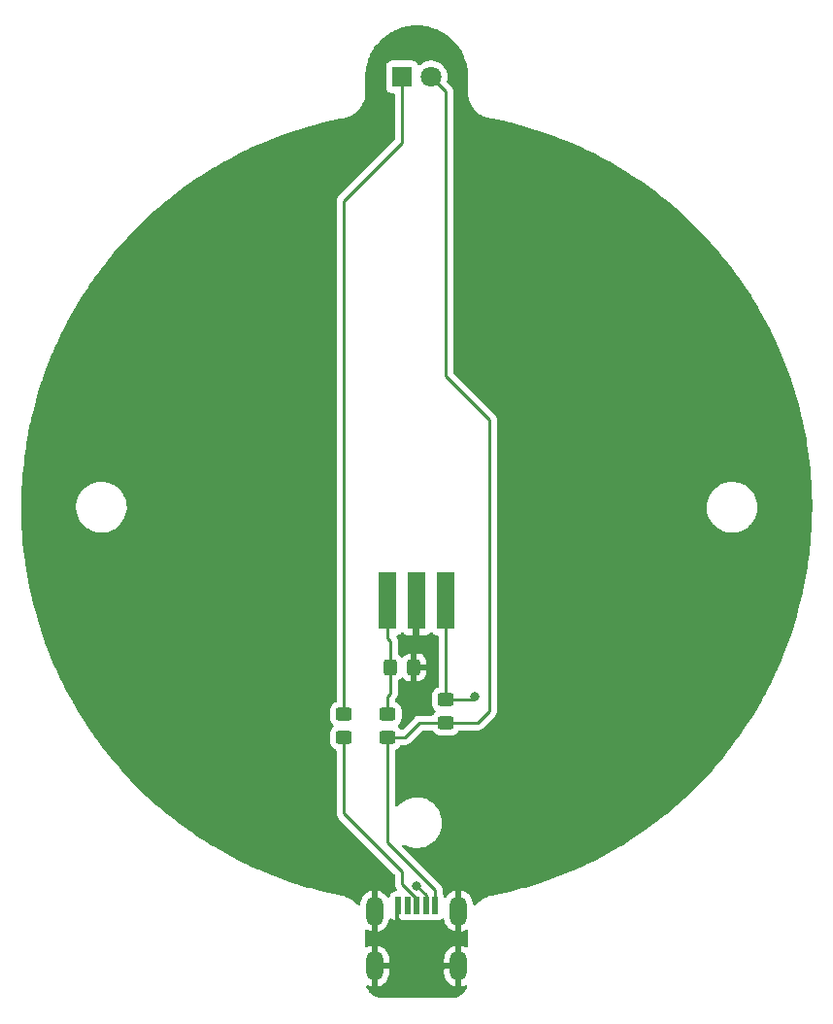
<source format=gbl>
%TF.GenerationSoftware,KiCad,Pcbnew,(5.99.0-7341-g2f3ca60c5e)*%
%TF.CreationDate,2020-12-04T16:45:41+01:00*%
%TF.ProjectId,pcb,7063622e-6b69-4636-9164-5f7063625858,rev?*%
%TF.SameCoordinates,Original*%
%TF.FileFunction,Copper,L2,Bot*%
%TF.FilePolarity,Positive*%
%FSLAX46Y46*%
G04 Gerber Fmt 4.6, Leading zero omitted, Abs format (unit mm)*
G04 Created by KiCad (PCBNEW (5.99.0-7341-g2f3ca60c5e)) date 2020-12-04 16:45:41*
%MOMM*%
%LPD*%
G01*
G04 APERTURE LIST*
G04 Aperture macros list*
%AMRoundRect*
0 Rectangle with rounded corners*
0 $1 Rounding radius*
0 $2 $3 $4 $5 $6 $7 $8 $9 X,Y pos of 4 corners*
0 Add a 4 corners polygon primitive as box body*
4,1,4,$2,$3,$4,$5,$6,$7,$8,$9,$2,$3,0*
0 Add four circle primitives for the rounded corners*
1,1,$1+$1,$2,$3,0*
1,1,$1+$1,$4,$5,0*
1,1,$1+$1,$6,$7,0*
1,1,$1+$1,$8,$9,0*
0 Add four rect primitives between the rounded corners*
20,1,$1+$1,$2,$3,$4,$5,0*
20,1,$1+$1,$4,$5,$6,$7,0*
20,1,$1+$1,$6,$7,$8,$9,0*
20,1,$1+$1,$8,$9,$2,$3,0*%
G04 Aperture macros list end*
%TA.AperFunction,SMDPad,CuDef*%
%ADD10R,1.500000X5.000000*%
%TD*%
%TA.AperFunction,SMDPad,CuDef*%
%ADD11RoundRect,0.250000X-0.325000X-0.450000X0.325000X-0.450000X0.325000X0.450000X-0.325000X0.450000X0*%
%TD*%
%TA.AperFunction,ComponentPad*%
%ADD12R,1.800000X1.800000*%
%TD*%
%TA.AperFunction,ComponentPad*%
%ADD13C,1.800000*%
%TD*%
%TA.AperFunction,SMDPad,CuDef*%
%ADD14R,0.500000X1.500000*%
%TD*%
%TA.AperFunction,ComponentPad*%
%ADD15O,1.500000X2.600000*%
%TD*%
%TA.AperFunction,SMDPad,CuDef*%
%ADD16RoundRect,0.250000X-0.450000X0.325000X-0.450000X-0.325000X0.450000X-0.325000X0.450000X0.325000X0*%
%TD*%
%TA.AperFunction,SMDPad,CuDef*%
%ADD17RoundRect,0.250000X0.450000X-0.325000X0.450000X0.325000X-0.450000X0.325000X-0.450000X-0.325000X0*%
%TD*%
%TA.AperFunction,ViaPad*%
%ADD18C,0.800000*%
%TD*%
%TA.AperFunction,Conductor*%
%ADD19C,0.250000*%
%TD*%
G04 APERTURE END LIST*
D10*
%TO.P,U1,1,SIGNAL*%
%TO.N,SIGNAL*%
X2540000Y-8165000D03*
%TO.P,U1,2,GND*%
%TO.N,GND*%
X0Y-8165000D03*
%TO.P,U1,3,VCC*%
%TO.N,Net-(C1-Pad1)*%
X-2540000Y-8165000D03*
%TD*%
D11*
%TO.P,C1,1*%
%TO.N,Net-(C1-Pad1)*%
X-2295000Y-13970000D03*
%TO.P,C1,2*%
%TO.N,GND*%
X-245000Y-13970000D03*
%TD*%
D12*
%TO.P,D1,1,K*%
%TO.N,Net-(R3-Pad1)*%
X-1270000Y37500000D03*
D13*
%TO.P,D1,2,A*%
%TO.N,VCC*%
X1270000Y37500000D03*
%TD*%
D14*
%TO.P,J1,1,VBUS*%
%TO.N,VCC*%
X1600000Y-34750000D03*
%TO.P,J1,2,D-*%
%TO.N,SIGNAL*%
X800000Y-34750000D03*
%TO.P,J1,3,D+*%
%TO.N,LED*%
X0Y-34750000D03*
%TO.P,J1,4*%
%TO.N,N/C*%
X-800000Y-34750000D03*
%TO.P,J1,5,GND*%
%TO.N,GND*%
X-1600000Y-34750000D03*
D15*
%TO.P,J1,6,Shield*%
X3650000Y-40000000D03*
X3650000Y-35200000D03*
X-3650000Y-35200000D03*
X-3650000Y-40000000D03*
%TD*%
D16*
%TO.P,R3,1*%
%TO.N,Net-(R3-Pad1)*%
X-6350000Y-18025000D03*
%TO.P,R3,2*%
%TO.N,LED*%
X-6350000Y-20075000D03*
%TD*%
%TO.P,R1,1*%
%TO.N,Net-(C1-Pad1)*%
X-2540000Y-18025000D03*
%TO.P,R1,2*%
%TO.N,VCC*%
X-2540000Y-20075000D03*
%TD*%
D17*
%TO.P,R2,1*%
%TO.N,VCC*%
X2540000Y-18805000D03*
%TO.P,R2,2*%
%TO.N,SIGNAL*%
X2540000Y-16755000D03*
%TD*%
D18*
%TO.N,GND*%
X0Y-16510000D03*
%TO.N,SIGNAL*%
X0Y-33020000D03*
X5080000Y-16510000D03*
%TD*%
D19*
%TO.N,GND*%
X-245000Y-8285000D02*
X0Y-8040000D01*
X-245000Y-16265000D02*
X0Y-16510000D01*
X-245000Y-13970000D02*
X-245000Y-16265000D01*
X-245000Y-13970000D02*
X-245000Y-8285000D01*
%TO.N,Net-(C1-Pad1)*%
X-2540000Y-8040000D02*
X-2540000Y-11430000D01*
X-2540000Y-16510000D02*
X-2540000Y-18025000D01*
X-2295000Y-11675000D02*
X-2540000Y-11430000D01*
X-2295000Y-16265000D02*
X-2540000Y-16510000D01*
X-2295000Y-13970000D02*
X-2295000Y-16265000D01*
X-2295000Y-13970000D02*
X-2295000Y-11675000D01*
%TO.N,VCC*%
X5325000Y-18805000D02*
X2540000Y-18805000D01*
X1270000Y37500000D02*
X2540000Y36230000D01*
X6350000Y-17780000D02*
X5325000Y-18805000D01*
X2540000Y11430000D02*
X6350000Y7620000D01*
X1600000Y-33350000D02*
X1600000Y-34750000D01*
X-2540000Y-20075000D02*
X-2540000Y-29210000D01*
X6350000Y7620000D02*
X6350000Y-17780000D01*
X-1025000Y-20075000D02*
X-2540000Y-20075000D01*
X2540000Y-18805000D02*
X245000Y-18805000D01*
X245000Y-18805000D02*
X-1025000Y-20075000D01*
X-2540000Y-29210000D02*
X1600000Y-33350000D01*
X2540000Y36230000D02*
X2540000Y11430000D01*
%TO.N,Net-(R3-Pad1)*%
X-6350000Y-18025000D02*
X-6350000Y26670000D01*
X-6350000Y26670000D02*
X-1270000Y31750000D01*
X-1270000Y31750000D02*
X-1270000Y37500000D01*
%TO.N,LED*%
X-6350000Y-26670000D02*
X-1270000Y-31750000D01*
X-1270000Y-32820364D02*
X-1270000Y-31750000D01*
X0Y-34750000D02*
X0Y-34090364D01*
X0Y-34090364D02*
X-1270000Y-32820364D01*
X-6350000Y-20075000D02*
X-6350000Y-26670000D01*
%TO.N,SIGNAL*%
X800000Y-34750000D02*
X800000Y-33820000D01*
X2540000Y-16755000D02*
X4835000Y-16755000D01*
X2540000Y-16755000D02*
X2540000Y-8040000D01*
X800000Y-33820000D02*
X0Y-33020000D01*
X4835000Y-16755000D02*
X5080000Y-16510000D01*
%TD*%
%TA.AperFunction,Conductor*%
%TO.N,GND*%
G36*
X47771Y41986838D02*
G01*
X354621Y41973057D01*
X360262Y41972677D01*
X426372Y41966727D01*
X444149Y41965128D01*
X449756Y41964496D01*
X512403Y41956010D01*
X754179Y41923259D01*
X759762Y41922374D01*
X842598Y41907342D01*
X848132Y41906210D01*
X997888Y41872028D01*
X1147637Y41837849D01*
X1153116Y41836468D01*
X1234288Y41814066D01*
X1239703Y41812440D01*
X1343780Y41778623D01*
X1531849Y41717516D01*
X1537159Y41715659D01*
X1616068Y41686044D01*
X1621265Y41683959D01*
X1743344Y41631779D01*
X1903748Y41563218D01*
X1908895Y41560880D01*
X1984746Y41524352D01*
X1989784Y41521785D01*
X2260301Y41376215D01*
X2265192Y41373440D01*
X2337555Y41330206D01*
X2342273Y41327240D01*
X2598667Y41157996D01*
X2603259Y41154815D01*
X2671460Y41105264D01*
X2675940Y41101853D01*
X2916104Y40910328D01*
X2920444Y40906704D01*
X2983865Y40851294D01*
X2988038Y40847480D01*
X3210062Y40635204D01*
X3214060Y40631206D01*
X3272255Y40570339D01*
X3276053Y40566184D01*
X3478173Y40334839D01*
X3481786Y40330512D01*
X3534321Y40264634D01*
X3537746Y40260136D01*
X3718275Y40011658D01*
X3721495Y40007010D01*
X3767908Y39936698D01*
X3770916Y39931910D01*
X3928450Y39668243D01*
X3931241Y39663325D01*
X3971148Y39589164D01*
X3973715Y39584127D01*
X4107001Y39307359D01*
X4109331Y39302229D01*
X4109340Y39302209D01*
X4142441Y39224766D01*
X4144546Y39219518D01*
X4252480Y38931927D01*
X4254344Y38926598D01*
X4262379Y38901869D01*
X4280370Y38846499D01*
X4281996Y38841084D01*
X4286136Y38826082D01*
X4363721Y38544962D01*
X4365095Y38539509D01*
X4383837Y38457388D01*
X4384971Y38451852D01*
X4439815Y38149645D01*
X4440698Y38144071D01*
X4446155Y38103789D01*
X4452010Y38060561D01*
X4452643Y38054943D01*
X4480179Y37748994D01*
X4480559Y37743352D01*
X4485352Y37636631D01*
X4485471Y37632402D01*
X4487308Y37469917D01*
X4487428Y37459292D01*
X4488112Y37454871D01*
X4488113Y37454862D01*
X4490517Y37439328D01*
X4492000Y37420056D01*
X4492000Y36203036D01*
X4490862Y36186141D01*
X4488410Y36168016D01*
X4486340Y36152721D01*
X4486437Y36147861D01*
X4486437Y36147860D01*
X4489892Y35974884D01*
X4489917Y35972314D01*
X4489907Y35949012D01*
X4490483Y35945299D01*
X4490493Y35944816D01*
X4490704Y35943529D01*
X4490704Y35943524D01*
X4491665Y35937656D01*
X4491829Y35936630D01*
X4495024Y35916052D01*
X4542483Y35610332D01*
X4542927Y35608878D01*
X4543621Y35604393D01*
X4545098Y35599752D01*
X4545098Y35599750D01*
X4560035Y35552798D01*
X4560476Y35551384D01*
X4575063Y35503595D01*
X4576129Y35501970D01*
X4576540Y35500921D01*
X4647529Y35277787D01*
X4648190Y35276419D01*
X4649564Y35272094D01*
X4651731Y35267743D01*
X4673686Y35223654D01*
X4674327Y35222347D01*
X4696097Y35177310D01*
X4697400Y35175868D01*
X4697969Y35174890D01*
X4779660Y35010844D01*
X4802343Y34965293D01*
X4803206Y34964043D01*
X4805227Y34959980D01*
X4828394Y34927256D01*
X4836474Y34915842D01*
X4837305Y34914654D01*
X4865749Y34873456D01*
X4867256Y34872232D01*
X4867970Y34871351D01*
X5003260Y34680246D01*
X5004305Y34679142D01*
X5006926Y34675437D01*
X5010306Y34671951D01*
X5010309Y34671948D01*
X5044597Y34636591D01*
X5045622Y34635521D01*
X5076423Y34603002D01*
X5076434Y34602992D01*
X5080004Y34599223D01*
X5081679Y34598246D01*
X5082521Y34597484D01*
X5245528Y34429393D01*
X5246728Y34428465D01*
X5249887Y34425204D01*
X5253769Y34422273D01*
X5253771Y34422271D01*
X5293135Y34392548D01*
X5294301Y34391656D01*
X5333793Y34361101D01*
X5335599Y34360393D01*
X5336540Y34359774D01*
X5523407Y34218673D01*
X5524735Y34217940D01*
X5528356Y34215203D01*
X5532651Y34212897D01*
X5532654Y34212895D01*
X5576047Y34189596D01*
X5577347Y34188889D01*
X5621102Y34164729D01*
X5622998Y34164305D01*
X5624023Y34163838D01*
X5830320Y34053074D01*
X5831751Y34052551D01*
X5835747Y34050403D01*
X5840343Y34048784D01*
X5840347Y34048782D01*
X5868700Y34038793D01*
X5886783Y34032422D01*
X5888146Y34031933D01*
X5930245Y34016542D01*
X5930249Y34016541D01*
X5935134Y34014755D01*
X5937070Y34014627D01*
X5938165Y34014320D01*
X6130650Y33946505D01*
X6133066Y33945626D01*
X6150315Y33939150D01*
X6150320Y33939149D01*
X6154871Y33937440D01*
X6158549Y33936676D01*
X6159007Y33936515D01*
X6166483Y33935027D01*
X6167108Y33934899D01*
X6284531Y33910522D01*
X6288440Y33909710D01*
X6291760Y33908914D01*
X6294718Y33907856D01*
X6299496Y33906942D01*
X6299501Y33906941D01*
X6327337Y33901619D01*
X6329229Y33901242D01*
X6346461Y33897664D01*
X6354081Y33896082D01*
X6354084Y33896082D01*
X6358475Y33895170D01*
X6361577Y33894976D01*
X6364961Y33894425D01*
X6715977Y33827309D01*
X6717543Y33826999D01*
X7043954Y33760291D01*
X7046033Y33759848D01*
X7901365Y33569962D01*
X7903435Y33569484D01*
X8049426Y33534480D01*
X8178865Y33503444D01*
X8180820Y33502958D01*
X9029217Y33284338D01*
X9031243Y33283797D01*
X9186845Y33240890D01*
X9304270Y33208509D01*
X9306314Y33207927D01*
X10146852Y32960814D01*
X10148831Y32960215D01*
X10419263Y32875728D01*
X10421141Y32875123D01*
X11252930Y32599776D01*
X11254942Y32599092D01*
X11522162Y32505604D01*
X11524162Y32504885D01*
X11996750Y32330547D01*
X12346269Y32201609D01*
X12348168Y32200890D01*
X12612136Y32098421D01*
X12614012Y32097675D01*
X13138825Y31883692D01*
X13425326Y31766877D01*
X13427286Y31766059D01*
X13530068Y31722116D01*
X13687764Y31654695D01*
X13689542Y31653916D01*
X14273640Y31392450D01*
X14489223Y31295946D01*
X14491156Y31295062D01*
X14747681Y31174997D01*
X14749598Y31174079D01*
X15536664Y30789380D01*
X15538566Y30788431D01*
X15790868Y30659795D01*
X15792753Y30658814D01*
X16095658Y30497883D01*
X16566485Y30247736D01*
X16568308Y30246747D01*
X16816099Y30109688D01*
X16817950Y30108644D01*
X17577339Y29671721D01*
X17579172Y29670646D01*
X17822198Y29525308D01*
X17823951Y29524239D01*
X18045167Y29386825D01*
X18568181Y29061942D01*
X18569977Y29060806D01*
X18807956Y28907357D01*
X18809733Y28906190D01*
X19538020Y28419003D01*
X19539776Y28417806D01*
X19772329Y28256496D01*
X19774065Y28255270D01*
X20485449Y27743833D01*
X20487165Y27742578D01*
X20714241Y27573443D01*
X20715935Y27572159D01*
X21409669Y27037011D01*
X21411341Y27035698D01*
X21632577Y26859004D01*
X21634226Y26857664D01*
X22309494Y26299437D01*
X22311114Y26298075D01*
X22512111Y26126127D01*
X22526212Y26114064D01*
X22527811Y26112672D01*
X22580868Y26065711D01*
X23183928Y25531929D01*
X23185508Y25530507D01*
X23394295Y25339328D01*
X23395850Y25337879D01*
X24031937Y24735396D01*
X24033467Y24733922D01*
X24235708Y24535790D01*
X24237171Y24534332D01*
X24852737Y23910572D01*
X24854126Y23909141D01*
X25049517Y23704351D01*
X25050950Y23702823D01*
X25645139Y23058638D01*
X25646446Y23057197D01*
X25834931Y22845807D01*
X25836271Y22844278D01*
X25961480Y22698992D01*
X26408317Y22180502D01*
X26409691Y22178881D01*
X26590859Y21961348D01*
X26592132Y21959792D01*
X27141407Y21277169D01*
X27142723Y21275505D01*
X27316604Y21051787D01*
X27317782Y21050243D01*
X27499263Y20808436D01*
X27843717Y20349478D01*
X27844978Y20347768D01*
X28011067Y20118514D01*
X28012300Y20116782D01*
X28514265Y19398726D01*
X28515468Y19396974D01*
X28673819Y19162115D01*
X28674971Y19160374D01*
X28897733Y18817650D01*
X29152382Y18425866D01*
X29153525Y18424074D01*
X29303860Y18184013D01*
X29304973Y18182202D01*
X29757353Y17431975D01*
X29758435Y17430146D01*
X29900530Y17185249D01*
X29901580Y17183404D01*
X30145059Y16746977D01*
X30328466Y16418225D01*
X30329423Y16416475D01*
X30463212Y16166856D01*
X30464171Y16165031D01*
X30865029Y15385836D01*
X30865959Y15383989D01*
X30991218Y15130070D01*
X30992126Y15128188D01*
X31366392Y14336085D01*
X31366418Y14336029D01*
X31367310Y14334100D01*
X31483951Y14076056D01*
X31484810Y14074112D01*
X31832168Y13269775D01*
X31832994Y13267817D01*
X31940834Y13006061D01*
X31941627Y13004089D01*
X32261630Y12188563D01*
X32262390Y12186578D01*
X32314146Y12047844D01*
X32361411Y11921145D01*
X32362074Y11919319D01*
X32634214Y11150452D01*
X32654460Y11093252D01*
X32655114Y11091354D01*
X32745049Y10822956D01*
X32745707Y10820935D01*
X33010058Y9985489D01*
X33010682Y9983458D01*
X33091506Y9712198D01*
X33092096Y9710155D01*
X33328094Y8866342D01*
X33328649Y8864291D01*
X33400297Y8590381D01*
X33400817Y8588320D01*
X33608198Y7737115D01*
X33608681Y7735057D01*
X33652367Y7541617D01*
X33671054Y7458868D01*
X33671494Y7456840D01*
X33850087Y6598909D01*
X33850473Y6596974D01*
X33903487Y6318870D01*
X33903862Y6316814D01*
X33990417Y5817070D01*
X34053394Y5453461D01*
X34053739Y5451364D01*
X34097360Y5171516D01*
X34097665Y5169445D01*
X34200667Y4426484D01*
X34217980Y4301605D01*
X34218254Y4299497D01*
X34252383Y4018560D01*
X34252622Y4016448D01*
X34343602Y3144990D01*
X34343800Y3142930D01*
X34358174Y2978418D01*
X34368450Y2860799D01*
X34368617Y2858680D01*
X34430147Y1984673D01*
X34430278Y1982552D01*
X34445390Y1699902D01*
X34445486Y1697779D01*
X34477497Y822247D01*
X34477557Y820128D01*
X34482359Y576122D01*
X34483129Y536978D01*
X34483152Y534900D01*
X34483450Y428966D01*
X34485612Y-341232D01*
X34485600Y-343357D01*
X34481619Y-626499D01*
X34481571Y-628624D01*
X34456384Y-1442678D01*
X34454475Y-1504364D01*
X34454392Y-1506459D01*
X34440864Y-1789253D01*
X34440864Y-1789256D01*
X34440746Y-1791361D01*
X34384122Y-2665737D01*
X34384120Y-2665764D01*
X34383964Y-2667883D01*
X34360913Y-2949958D01*
X34360726Y-2952027D01*
X34274626Y-3824128D01*
X34274415Y-3826105D01*
X34263317Y-3921949D01*
X34241850Y-4107341D01*
X34241587Y-4109450D01*
X34198582Y-4432995D01*
X34126133Y-4978050D01*
X34125857Y-4980006D01*
X34083798Y-5260161D01*
X34083486Y-5262126D01*
X34016036Y-5665000D01*
X33938810Y-6126263D01*
X33938442Y-6128356D01*
X33886989Y-6406758D01*
X33886587Y-6408835D01*
X33777444Y-6948302D01*
X33712836Y-7267641D01*
X33712397Y-7269720D01*
X33651594Y-7546174D01*
X33651120Y-7548246D01*
X33623225Y-7665606D01*
X33448511Y-8400658D01*
X33448507Y-8400673D01*
X33447998Y-8402737D01*
X33377884Y-8677061D01*
X33377340Y-8679116D01*
X33146093Y-9524203D01*
X33145515Y-9526248D01*
X33066189Y-9798045D01*
X33065576Y-9800080D01*
X33007794Y-9986322D01*
X32805990Y-10636774D01*
X32805981Y-10636802D01*
X32805334Y-10638827D01*
X32716865Y-10907853D01*
X32716184Y-10909866D01*
X32428506Y-11737372D01*
X32427791Y-11739374D01*
X32330319Y-12005208D01*
X32329571Y-12007197D01*
X32014139Y-12824539D01*
X32014124Y-12824577D01*
X32013359Y-12826510D01*
X31906963Y-13088934D01*
X31906202Y-13090769D01*
X31798428Y-13344228D01*
X31563311Y-13897168D01*
X31562463Y-13899116D01*
X31447308Y-14157732D01*
X31446445Y-14159627D01*
X31413739Y-14229865D01*
X31076546Y-14954003D01*
X31075632Y-14955922D01*
X30951871Y-15210396D01*
X30950926Y-15212300D01*
X30554452Y-15993728D01*
X30553474Y-15995615D01*
X30421160Y-16245846D01*
X30420151Y-16247716D01*
X30225369Y-16601512D01*
X29997572Y-17015276D01*
X29996563Y-17017073D01*
X29855984Y-17262522D01*
X29855825Y-17262800D01*
X29854762Y-17264620D01*
X29743671Y-17451214D01*
X29406575Y-18017415D01*
X29405472Y-18019232D01*
X29256531Y-18260062D01*
X29255398Y-18261860D01*
X28782067Y-18999117D01*
X28780904Y-19000896D01*
X28623937Y-19236546D01*
X28622744Y-19238305D01*
X28362689Y-19614796D01*
X28173927Y-19888075D01*
X28124823Y-19959164D01*
X28123600Y-19960903D01*
X27958760Y-20191143D01*
X27957510Y-20192858D01*
X27436841Y-20894778D01*
X27435498Y-20896588D01*
X27434217Y-20898284D01*
X27261767Y-21122750D01*
X27260458Y-21124424D01*
X26714991Y-21810162D01*
X26713654Y-21811814D01*
X26533820Y-22030228D01*
X26532455Y-22031858D01*
X25964121Y-22698862D01*
X25962729Y-22700468D01*
X25775535Y-22912798D01*
X25774154Y-22914339D01*
X25183721Y-23561708D01*
X25182276Y-23563266D01*
X24987956Y-23769236D01*
X24986484Y-23770770D01*
X24374568Y-24397835D01*
X24373071Y-24399343D01*
X24171960Y-24598595D01*
X24170437Y-24600078D01*
X23537702Y-25206158D01*
X23536155Y-25207615D01*
X23328504Y-25399909D01*
X23326933Y-25401340D01*
X22674093Y-25985754D01*
X22672497Y-25987159D01*
X22458397Y-26172408D01*
X22456778Y-26173785D01*
X21784589Y-26735849D01*
X21783028Y-26737132D01*
X21604806Y-26881118D01*
X21562755Y-26915091D01*
X21561090Y-26916412D01*
X21529561Y-26941017D01*
X21092800Y-27281864D01*
X20870424Y-27455405D01*
X20868766Y-27456677D01*
X20642563Y-27627144D01*
X20640980Y-27628317D01*
X19932317Y-28143858D01*
X19930752Y-28144975D01*
X19698851Y-28307769D01*
X19697181Y-28308920D01*
X18971663Y-28800172D01*
X18969894Y-28801349D01*
X18732863Y-28956078D01*
X18731075Y-28957223D01*
X17989467Y-29423681D01*
X17987660Y-29424797D01*
X17745455Y-29571496D01*
X17743684Y-29572549D01*
X16986672Y-30013779D01*
X16984827Y-30014833D01*
X16737858Y-30153253D01*
X16735995Y-30154277D01*
X15964585Y-30569690D01*
X15962705Y-30570682D01*
X15711241Y-30700675D01*
X15709345Y-30701635D01*
X15115259Y-30996154D01*
X14924288Y-31090828D01*
X14922439Y-31091726D01*
X14666737Y-31213160D01*
X14664840Y-31214042D01*
X13889987Y-31566133D01*
X13867020Y-31576569D01*
X13865077Y-31577432D01*
X13605510Y-31690134D01*
X13603554Y-31690964D01*
X12794006Y-32026354D01*
X12792060Y-32027141D01*
X12528785Y-32131046D01*
X12526802Y-32131809D01*
X11706419Y-32439693D01*
X11704454Y-32440412D01*
X11437800Y-32535385D01*
X11435801Y-32536078D01*
X10605577Y-32816089D01*
X10603649Y-32816722D01*
X10455685Y-32863861D01*
X10333752Y-32902707D01*
X10331721Y-32903335D01*
X9492562Y-33155169D01*
X9490606Y-33155738D01*
X9218030Y-33232552D01*
X9216004Y-33233104D01*
X8368818Y-33456491D01*
X8366758Y-33457015D01*
X8091792Y-33524579D01*
X8089724Y-33525069D01*
X7235477Y-33719753D01*
X7233400Y-33720208D01*
X6907322Y-33788757D01*
X6905759Y-33789075D01*
X6558569Y-33857482D01*
X6556132Y-33857881D01*
X6553681Y-33858009D01*
X6520060Y-33865061D01*
X6518680Y-33865342D01*
X6505842Y-33867871D01*
X6492596Y-33870481D01*
X6492593Y-33870482D01*
X6488197Y-33871348D01*
X6485901Y-33872152D01*
X6483487Y-33872733D01*
X6384487Y-33893500D01*
X6380423Y-33894283D01*
X6373935Y-33895423D01*
X6357138Y-33898374D01*
X6352481Y-33899961D01*
X6350027Y-33900728D01*
X6346950Y-33901374D01*
X6342732Y-33902909D01*
X6327849Y-33908325D01*
X6325399Y-33909188D01*
X6051068Y-34002658D01*
X6049267Y-34003255D01*
X6028393Y-34009987D01*
X6024049Y-34012174D01*
X6024047Y-34012175D01*
X5739651Y-34155364D01*
X5737794Y-34156280D01*
X5722520Y-34163658D01*
X5722513Y-34163662D01*
X5718137Y-34165776D01*
X5714139Y-34168537D01*
X5714133Y-34168541D01*
X5452132Y-34349512D01*
X5450422Y-34350673D01*
X5432270Y-34362776D01*
X5428687Y-34366064D01*
X5428686Y-34366065D01*
X5194096Y-34581352D01*
X5192562Y-34582736D01*
X5179880Y-34593997D01*
X5179873Y-34594004D01*
X5176230Y-34597239D01*
X5173127Y-34600997D01*
X5129807Y-34653459D01*
X5071010Y-34693251D01*
X5000033Y-34694937D01*
X4939412Y-34657984D01*
X4908393Y-34594122D01*
X4907148Y-34584432D01*
X4893539Y-34431938D01*
X4891556Y-34420923D01*
X4835267Y-34215165D01*
X4831373Y-34204692D01*
X4739531Y-34012143D01*
X4733845Y-34002528D01*
X4609361Y-33829289D01*
X4602053Y-33820823D01*
X4448860Y-33672368D01*
X4440178Y-33665338D01*
X4263108Y-33546351D01*
X4253319Y-33540970D01*
X4057988Y-33455225D01*
X4047389Y-33451658D01*
X3921617Y-33421463D01*
X3907530Y-33422168D01*
X3904000Y-33431047D01*
X3903999Y-34945998D01*
X3904000Y-34946004D01*
X3903999Y-36968325D01*
X3908104Y-36982307D01*
X3917724Y-36983799D01*
X3917952Y-36983751D01*
X4121851Y-36921024D01*
X4132195Y-36916803D01*
X4308208Y-36825955D01*
X4377915Y-36812486D01*
X4443838Y-36838841D01*
X4485048Y-36896653D01*
X4491998Y-36937921D01*
X4491999Y-38263686D01*
X4471997Y-38331807D01*
X4418341Y-38378300D01*
X4348067Y-38388404D01*
X4295723Y-38368268D01*
X4263108Y-38346351D01*
X4253319Y-38340970D01*
X4057988Y-38255225D01*
X4047389Y-38251658D01*
X3921617Y-38221463D01*
X3907530Y-38222168D01*
X3904000Y-38231047D01*
X3903999Y-39745998D01*
X3904000Y-39746004D01*
X3903999Y-41768325D01*
X3908104Y-41782307D01*
X3917724Y-41783799D01*
X3917952Y-41783751D01*
X4121851Y-41721024D01*
X4132195Y-41716803D01*
X4213622Y-41674775D01*
X4283329Y-41661306D01*
X4349252Y-41687661D01*
X4390462Y-41745473D01*
X4393875Y-41816388D01*
X4389465Y-41830780D01*
X4388441Y-41833525D01*
X4385002Y-41841828D01*
X4350256Y-41917912D01*
X4315507Y-41994001D01*
X4311483Y-42002040D01*
X4298564Y-42025699D01*
X4293975Y-42033434D01*
X4203535Y-42174161D01*
X4198405Y-42181549D01*
X4182249Y-42203131D01*
X4176605Y-42210135D01*
X4067056Y-42336561D01*
X4060927Y-42343143D01*
X4041873Y-42362197D01*
X4035290Y-42368326D01*
X3908866Y-42477873D01*
X3901866Y-42483516D01*
X3880280Y-42499675D01*
X3880273Y-42499680D01*
X3872886Y-42504808D01*
X3842870Y-42524098D01*
X3732160Y-42595246D01*
X3724425Y-42599835D01*
X3700773Y-42612750D01*
X3692731Y-42616776D01*
X3608069Y-42655441D01*
X3540562Y-42686270D01*
X3532255Y-42689712D01*
X3506984Y-42699137D01*
X3498453Y-42701976D01*
X3411592Y-42727481D01*
X3337956Y-42749103D01*
X3329246Y-42751326D01*
X3302884Y-42757060D01*
X3294036Y-42758656D01*
X3128466Y-42782462D01*
X3119525Y-42783424D01*
X3106484Y-42784356D01*
X3074380Y-42786652D01*
X3067688Y-42786952D01*
X2960229Y-42788909D01*
X2960223Y-42788910D01*
X2955751Y-42788991D01*
X2939317Y-42791651D01*
X2919185Y-42793270D01*
X-2917379Y-42793270D01*
X-2939028Y-42791396D01*
X-2947680Y-42789887D01*
X-2947679Y-42789887D01*
X-2952473Y-42789051D01*
X-2957332Y-42788962D01*
X-2957337Y-42788962D01*
X-3067689Y-42786952D01*
X-3074384Y-42786652D01*
X-3119513Y-42783424D01*
X-3128454Y-42782463D01*
X-3294040Y-42758656D01*
X-3302892Y-42757059D01*
X-3329246Y-42751326D01*
X-3329254Y-42751324D01*
X-3337966Y-42749100D01*
X-3346237Y-42746672D01*
X-3498460Y-42701975D01*
X-3506985Y-42699137D01*
X-3532252Y-42689712D01*
X-3540558Y-42686272D01*
X-3616642Y-42651526D01*
X-3692737Y-42616774D01*
X-3700770Y-42612753D01*
X-3724429Y-42599834D01*
X-3732164Y-42595245D01*
X-3872891Y-42504805D01*
X-3880279Y-42499675D01*
X-3901861Y-42483519D01*
X-3908865Y-42477875D01*
X-4035291Y-42368326D01*
X-4041873Y-42362197D01*
X-4060927Y-42343143D01*
X-4067056Y-42336560D01*
X-4176603Y-42210136D01*
X-4182247Y-42203134D01*
X-4182249Y-42203131D01*
X-4198412Y-42181540D01*
X-4203540Y-42174153D01*
X-4293976Y-42033430D01*
X-4298565Y-42025695D01*
X-4311480Y-42002043D01*
X-4315506Y-41994001D01*
X-4384998Y-41841838D01*
X-4388409Y-41833613D01*
X-4388566Y-41833193D01*
X-4393682Y-41762381D01*
X-4359702Y-41700044D01*
X-4297415Y-41665974D01*
X-4226595Y-41670987D01*
X-4219896Y-41673702D01*
X-4057988Y-41744775D01*
X-4047389Y-41748342D01*
X-3921617Y-41778537D01*
X-3907530Y-41777832D01*
X-3904000Y-41768953D01*
X-3904000Y-41768325D01*
X-3396001Y-41768325D01*
X-3391896Y-41782307D01*
X-3382276Y-41783799D01*
X-3382048Y-41783751D01*
X-3178149Y-41721024D01*
X-3167805Y-41716803D01*
X-2978235Y-41618958D01*
X-2968804Y-41612973D01*
X-2799550Y-41483101D01*
X-2791337Y-41475548D01*
X-2647756Y-41317755D01*
X-2641001Y-41308855D01*
X-2527645Y-41128149D01*
X-2522564Y-41118179D01*
X-2442998Y-40920253D01*
X-2439767Y-40909553D01*
X-2396307Y-40699690D01*
X-2395104Y-40690554D01*
X-2392105Y-40638541D01*
X-2392000Y-40634894D01*
X-2392000Y-40272115D01*
X-2393341Y-40267547D01*
X2392000Y-40267547D01*
X2392000Y-40603221D01*
X2392249Y-40608816D01*
X2406462Y-40768062D01*
X2408444Y-40779076D01*
X2464733Y-40984834D01*
X2468627Y-40995307D01*
X2560469Y-41187856D01*
X2566155Y-41197471D01*
X2690639Y-41370710D01*
X2697947Y-41379176D01*
X2851140Y-41527632D01*
X2859822Y-41534662D01*
X3036892Y-41653649D01*
X3046681Y-41659030D01*
X3242012Y-41744775D01*
X3252611Y-41748342D01*
X3378383Y-41778537D01*
X3392470Y-41777832D01*
X3396000Y-41768953D01*
X3396001Y-40272115D01*
X3391526Y-40256876D01*
X3390136Y-40255671D01*
X3382453Y-40254000D01*
X2410115Y-40253999D01*
X2394876Y-40258474D01*
X2393671Y-40259864D01*
X2392000Y-40267547D01*
X-2393341Y-40267547D01*
X-2396475Y-40256876D01*
X-2397865Y-40255671D01*
X-2405548Y-40254000D01*
X-3377885Y-40253999D01*
X-3393124Y-40258474D01*
X-3394329Y-40259864D01*
X-3396000Y-40267547D01*
X-3396001Y-41768325D01*
X-3904000Y-41768325D01*
X-3903999Y-40254000D01*
X-3904000Y-40253996D01*
X-3904000Y-39727885D01*
X-3396001Y-39727885D01*
X-3391526Y-39743124D01*
X-3390136Y-39744329D01*
X-3382453Y-39746000D01*
X-2410115Y-39746001D01*
X-2394876Y-39741526D01*
X-2393671Y-39740136D01*
X-2392000Y-39732453D01*
X-2392000Y-39396778D01*
X-2392249Y-39391183D01*
X-2394576Y-39365106D01*
X2392000Y-39365106D01*
X2392000Y-39727885D01*
X2396475Y-39743124D01*
X2397865Y-39744329D01*
X2405548Y-39746000D01*
X3377885Y-39746001D01*
X3393124Y-39741526D01*
X3394329Y-39740136D01*
X3396000Y-39732453D01*
X3396001Y-38231675D01*
X3391896Y-38217693D01*
X3382276Y-38216201D01*
X3382048Y-38216249D01*
X3178149Y-38278976D01*
X3167805Y-38283197D01*
X2978235Y-38381042D01*
X2968804Y-38387027D01*
X2799551Y-38516899D01*
X2791338Y-38524452D01*
X2647753Y-38682249D01*
X2641007Y-38691137D01*
X2527640Y-38871859D01*
X2522567Y-38881815D01*
X2442998Y-39079747D01*
X2439767Y-39090447D01*
X2396307Y-39300310D01*
X2395104Y-39309446D01*
X2392105Y-39361459D01*
X2392000Y-39365106D01*
X-2394576Y-39365106D01*
X-2406462Y-39231937D01*
X-2408444Y-39220923D01*
X-2464733Y-39015165D01*
X-2468627Y-39004692D01*
X-2560469Y-38812143D01*
X-2566155Y-38802528D01*
X-2690639Y-38629289D01*
X-2697947Y-38620823D01*
X-2851140Y-38472368D01*
X-2859822Y-38465338D01*
X-3036892Y-38346351D01*
X-3046681Y-38340970D01*
X-3242012Y-38255225D01*
X-3252611Y-38251658D01*
X-3378383Y-38221463D01*
X-3392470Y-38222168D01*
X-3396000Y-38231047D01*
X-3396001Y-39727885D01*
X-3904000Y-39727885D01*
X-3903999Y-38231675D01*
X-3908104Y-38217693D01*
X-3917724Y-38216201D01*
X-3917952Y-38216249D01*
X-4121851Y-38278976D01*
X-4132195Y-38283197D01*
X-4308209Y-38374045D01*
X-4377916Y-38387514D01*
X-4443840Y-38361159D01*
X-4485049Y-38303346D01*
X-4491999Y-38262079D01*
X-4491999Y-36936314D01*
X-4471997Y-36868193D01*
X-4418341Y-36821700D01*
X-4348067Y-36811596D01*
X-4295723Y-36831732D01*
X-4263108Y-36853649D01*
X-4253319Y-36859030D01*
X-4057988Y-36944775D01*
X-4047389Y-36948342D01*
X-3921617Y-36978537D01*
X-3907530Y-36977832D01*
X-3904000Y-36968953D01*
X-3903999Y-35454002D01*
X-3904000Y-35453996D01*
X-3903999Y-33431675D01*
X-3908104Y-33417693D01*
X-3917724Y-33416201D01*
X-3917952Y-33416249D01*
X-4121851Y-33478976D01*
X-4132195Y-33483197D01*
X-4321765Y-33581042D01*
X-4331196Y-33587027D01*
X-4500449Y-33716899D01*
X-4508662Y-33724452D01*
X-4652247Y-33882249D01*
X-4658993Y-33891137D01*
X-4772360Y-34071859D01*
X-4777433Y-34081815D01*
X-4857002Y-34279747D01*
X-4860233Y-34290447D01*
X-4903693Y-34500310D01*
X-4904896Y-34509446D01*
X-4907895Y-34561459D01*
X-4908000Y-34565106D01*
X-4908000Y-34571596D01*
X-4928002Y-34639717D01*
X-4981658Y-34686210D01*
X-5051932Y-34696314D01*
X-5116512Y-34666820D01*
X-5131158Y-34651822D01*
X-5157582Y-34619821D01*
X-5158846Y-34618265D01*
X-5172485Y-34601184D01*
X-5176073Y-34597891D01*
X-5176076Y-34597888D01*
X-5410637Y-34382627D01*
X-5412148Y-34381218D01*
X-5424485Y-34369517D01*
X-5424492Y-34369512D01*
X-5428016Y-34366169D01*
X-5553133Y-34279747D01*
X-5694055Y-34182408D01*
X-5695743Y-34181221D01*
X-5696438Y-34180724D01*
X-5713458Y-34168551D01*
X-6002252Y-34023149D01*
X-6004066Y-34022216D01*
X-6019063Y-34014354D01*
X-6019065Y-34014353D01*
X-6023380Y-34012091D01*
X-6027990Y-34010520D01*
X-6027993Y-34010519D01*
X-6317745Y-33911796D01*
X-6321640Y-33910397D01*
X-6339187Y-33903768D01*
X-6339188Y-33903768D01*
X-6343745Y-33902046D01*
X-6348538Y-33901041D01*
X-6351060Y-33900445D01*
X-6354035Y-33899431D01*
X-6358436Y-33898602D01*
X-6358441Y-33898601D01*
X-6374056Y-33895661D01*
X-6376592Y-33895156D01*
X-6480264Y-33873410D01*
X-6482673Y-33872822D01*
X-6484982Y-33871982D01*
X-6518660Y-33865346D01*
X-6520149Y-33865043D01*
X-6546096Y-33859601D01*
X-6546097Y-33859601D01*
X-6550478Y-33858682D01*
X-6552899Y-33858525D01*
X-6555344Y-33858118D01*
X-6905736Y-33789080D01*
X-6907299Y-33788762D01*
X-7233425Y-33720203D01*
X-7235502Y-33719748D01*
X-8089724Y-33525070D01*
X-8091792Y-33524580D01*
X-8366739Y-33457020D01*
X-8368799Y-33456496D01*
X-8907779Y-33314378D01*
X-9216009Y-33233104D01*
X-9217913Y-33232584D01*
X-9490553Y-33155753D01*
X-9492581Y-33155163D01*
X-10331688Y-32903345D01*
X-10333719Y-32902717D01*
X-10389403Y-32884977D01*
X-10603661Y-32816717D01*
X-10605588Y-32816085D01*
X-11277537Y-32589456D01*
X-11435792Y-32536081D01*
X-11437800Y-32535385D01*
X-11704431Y-32440420D01*
X-11706427Y-32439690D01*
X-12526744Y-32131831D01*
X-12528727Y-32131068D01*
X-12792091Y-32027128D01*
X-12794062Y-32026331D01*
X-13603459Y-31691005D01*
X-13605415Y-31690175D01*
X-13758800Y-31623576D01*
X-13865178Y-31577388D01*
X-13867020Y-31576569D01*
X-14664804Y-31214059D01*
X-14666731Y-31213163D01*
X-14703423Y-31195738D01*
X-14922386Y-31091751D01*
X-14924239Y-31090851D01*
X-15200329Y-30953980D01*
X-15709272Y-30701672D01*
X-15711168Y-30700712D01*
X-15962708Y-30570680D01*
X-15964588Y-30569688D01*
X-16735953Y-30154299D01*
X-16737815Y-30153276D01*
X-16984791Y-30014853D01*
X-16986604Y-30013817D01*
X-17743685Y-29572549D01*
X-17745354Y-29571558D01*
X-17987584Y-29424843D01*
X-17989378Y-29423736D01*
X-18179624Y-29304075D01*
X-18731174Y-28957161D01*
X-18732862Y-28956078D01*
X-18732863Y-28956077D01*
X-18858792Y-28873873D01*
X-18969963Y-28801302D01*
X-18971732Y-28800126D01*
X-19121378Y-28698800D01*
X-19697139Y-28308950D01*
X-19698816Y-28307794D01*
X-19869845Y-28187732D01*
X-19930682Y-28145024D01*
X-19932410Y-28143789D01*
X-20640811Y-27628442D01*
X-20642520Y-27627177D01*
X-20868730Y-27456705D01*
X-20870416Y-27455411D01*
X-21193578Y-27203217D01*
X-21561154Y-26916363D01*
X-21562792Y-26915062D01*
X-21604806Y-26881118D01*
X-21782987Y-26737165D01*
X-21784563Y-26735870D01*
X-21784628Y-26735815D01*
X-21900780Y-26638693D01*
X-22456754Y-26173804D01*
X-22458372Y-26172427D01*
X-22672475Y-25987177D01*
X-22674071Y-25985773D01*
X-23326899Y-25401372D01*
X-23328471Y-25399941D01*
X-23536139Y-25207632D01*
X-23537686Y-25206174D01*
X-24170445Y-24600070D01*
X-24171968Y-24598587D01*
X-24373033Y-24399380D01*
X-24374530Y-24397872D01*
X-24986521Y-23770731D01*
X-24987992Y-23769197D01*
X-25182223Y-23563323D01*
X-25183669Y-23561765D01*
X-25774089Y-22914412D01*
X-25775508Y-22912829D01*
X-25793602Y-22892306D01*
X-25962773Y-22700418D01*
X-25964122Y-22698862D01*
X-26532399Y-22031925D01*
X-26533764Y-22030296D01*
X-26713677Y-21811787D01*
X-26715014Y-21810134D01*
X-27260450Y-21124435D01*
X-27261759Y-21122761D01*
X-27424352Y-20911125D01*
X-27434262Y-20898226D01*
X-27435540Y-20896533D01*
X-27957502Y-20192869D01*
X-27958754Y-20191152D01*
X-28123561Y-19960959D01*
X-28124783Y-19959220D01*
X-28224274Y-19815184D01*
X-28622745Y-19238304D01*
X-28623919Y-19236575D01*
X-28629704Y-19227889D01*
X-28780871Y-19000947D01*
X-28782034Y-18999168D01*
X-29168941Y-18396526D01*
X-29255436Y-18261802D01*
X-29256557Y-18260023D01*
X-29262669Y-18250139D01*
X-29399447Y-18028976D01*
X-29405406Y-18019340D01*
X-29406509Y-18017523D01*
X-29628905Y-17643978D01*
X-7558500Y-17643978D01*
X-7558500Y-18392885D01*
X-7543022Y-18525642D01*
X-7540526Y-18532520D01*
X-7540525Y-18532522D01*
X-7494767Y-18658584D01*
X-7482687Y-18691863D01*
X-7385731Y-18839746D01*
X-7275724Y-18943956D01*
X-7259633Y-18959199D01*
X-7223935Y-19020568D01*
X-7227082Y-19091495D01*
X-7268076Y-19149461D01*
X-7277193Y-19156039D01*
X-7289746Y-19164269D01*
X-7411357Y-19292645D01*
X-7460699Y-19377593D01*
X-7495763Y-19437960D01*
X-7500175Y-19445555D01*
X-7502296Y-19452559D01*
X-7502298Y-19452563D01*
X-7541388Y-19581630D01*
X-7551433Y-19614796D01*
X-7552008Y-19621236D01*
X-7552008Y-19621237D01*
X-7558052Y-19688963D01*
X-7558500Y-19693978D01*
X-7558500Y-20442885D01*
X-7543022Y-20575642D01*
X-7540526Y-20582520D01*
X-7540525Y-20582522D01*
X-7497887Y-20699988D01*
X-7482687Y-20741863D01*
X-7385731Y-20889746D01*
X-7257355Y-21011357D01*
X-7104445Y-21100174D01*
X-7097438Y-21102296D01*
X-7097434Y-21102298D01*
X-7072977Y-21109705D01*
X-7013579Y-21148594D01*
X-6984635Y-21213423D01*
X-6983500Y-21230295D01*
X-6983499Y-26591600D01*
X-6984014Y-26602520D01*
X-6985666Y-26609912D01*
X-6985417Y-26617835D01*
X-6983561Y-26676884D01*
X-6983499Y-26680842D01*
X-6983499Y-26709578D01*
X-6983004Y-26713495D01*
X-6982960Y-26713844D01*
X-6982028Y-26725678D01*
X-6980638Y-26769883D01*
X-6978425Y-26777499D01*
X-6978425Y-26777501D01*
X-6974986Y-26789339D01*
X-6970977Y-26808698D01*
X-6968439Y-26828788D01*
X-6965519Y-26836163D01*
X-6952167Y-26869889D01*
X-6948322Y-26881118D01*
X-6935986Y-26923578D01*
X-6931951Y-26930401D01*
X-6925673Y-26941017D01*
X-6916977Y-26958769D01*
X-6909521Y-26977600D01*
X-6904859Y-26984016D01*
X-6883532Y-27013371D01*
X-6877017Y-27023289D01*
X-6854513Y-27061341D01*
X-6854145Y-27061759D01*
X-6840062Y-27075842D01*
X-6827221Y-27090875D01*
X-6815445Y-27107083D01*
X-6809338Y-27112135D01*
X-6781670Y-27135024D01*
X-6772890Y-27143014D01*
X-1940404Y-31975501D01*
X-1906378Y-32037813D01*
X-1903499Y-32064596D01*
X-1903500Y-32741975D01*
X-1904014Y-32752887D01*
X-1905666Y-32760276D01*
X-1905417Y-32768199D01*
X-1903562Y-32827217D01*
X-1903500Y-32831175D01*
X-1903500Y-32859941D01*
X-1902959Y-32864220D01*
X-1902027Y-32876060D01*
X-1900638Y-32920247D01*
X-1898428Y-32927855D01*
X-1898427Y-32927860D01*
X-1894987Y-32939702D01*
X-1890979Y-32959056D01*
X-1888440Y-32979151D01*
X-1885523Y-32986519D01*
X-1885521Y-32986526D01*
X-1872163Y-33020264D01*
X-1868318Y-33031494D01*
X-1865149Y-33042400D01*
X-1855986Y-33073942D01*
X-1851951Y-33080764D01*
X-1845676Y-33091375D01*
X-1836982Y-33109122D01*
X-1829522Y-33127963D01*
X-1824863Y-33134375D01*
X-1824860Y-33134381D01*
X-1803532Y-33163736D01*
X-1797015Y-33173658D01*
X-1777529Y-33206606D01*
X-1774513Y-33211705D01*
X-1774145Y-33212123D01*
X-1760062Y-33226206D01*
X-1747222Y-33241239D01*
X-1735446Y-33257447D01*
X-1729337Y-33262501D01*
X-1729334Y-33262504D01*
X-1727625Y-33263918D01*
X-1726648Y-33265364D01*
X-1723911Y-33268279D01*
X-1724381Y-33268721D01*
X-1687888Y-33322753D01*
X-1686268Y-33393731D01*
X-1723279Y-33454317D01*
X-1787170Y-33485276D01*
X-1807943Y-33487000D01*
X-1847743Y-33487000D01*
X-1852250Y-33487161D01*
X-1916269Y-33491740D01*
X-1929491Y-33494126D01*
X-2054458Y-33530819D01*
X-2070692Y-33538233D01*
X-2178360Y-33607426D01*
X-2191847Y-33619112D01*
X-2275662Y-33715840D01*
X-2285307Y-33730848D01*
X-2338477Y-33847275D01*
X-2343504Y-33864395D01*
X-2352661Y-33928082D01*
X-2382154Y-33992663D01*
X-2441880Y-34031046D01*
X-2512876Y-34031046D01*
X-2572603Y-33992662D01*
X-2579701Y-33983676D01*
X-2690639Y-33829289D01*
X-2697947Y-33820823D01*
X-2851140Y-33672368D01*
X-2859822Y-33665338D01*
X-3036892Y-33546351D01*
X-3046681Y-33540970D01*
X-3242012Y-33455225D01*
X-3252611Y-33451658D01*
X-3378383Y-33421463D01*
X-3392470Y-33422168D01*
X-3396000Y-33431047D01*
X-3396001Y-34945998D01*
X-3396000Y-34946004D01*
X-3396001Y-36968325D01*
X-3391896Y-36982307D01*
X-3382276Y-36983799D01*
X-3382048Y-36983751D01*
X-3178149Y-36921024D01*
X-3167805Y-36916803D01*
X-2978235Y-36818958D01*
X-2968804Y-36812973D01*
X-2799550Y-36683101D01*
X-2791337Y-36675548D01*
X-2647756Y-36517755D01*
X-2641001Y-36508855D01*
X-2527645Y-36328149D01*
X-2522564Y-36318179D01*
X-2442998Y-36120253D01*
X-2439767Y-36109553D01*
X-2404542Y-35939456D01*
X-2371142Y-35876807D01*
X-2309173Y-35842160D01*
X-2238310Y-35846517D01*
X-2198647Y-35869783D01*
X-2134160Y-35925661D01*
X-2119152Y-35935307D01*
X-2002725Y-35988477D01*
X-1985612Y-35993502D01*
X-1867929Y-36010422D01*
X-1853973Y-36008416D01*
X-1850000Y-35994885D01*
X-1849999Y-34626000D01*
X-1829997Y-34557879D01*
X-1776341Y-34511386D01*
X-1723995Y-34500000D01*
X-1689496Y-34500001D01*
X-1621376Y-34520005D01*
X-1574885Y-34573662D01*
X-1563500Y-34626000D01*
X-1563500Y-35500000D01*
X-1558273Y-35573079D01*
X-1517096Y-35713316D01*
X-1512225Y-35720895D01*
X-1442949Y-35828691D01*
X-1442947Y-35828694D01*
X-1438077Y-35836271D01*
X-1431267Y-35842172D01*
X-1393488Y-35874908D01*
X-1355105Y-35934634D01*
X-1350001Y-35970132D01*
X-1350001Y-35994885D01*
X-1345526Y-36010124D01*
X-1344136Y-36011329D01*
X-1339805Y-36012271D01*
X-1283731Y-36008260D01*
X-1270512Y-36005875D01*
X-1241762Y-35997433D01*
X-1188333Y-35993611D01*
X-1083003Y-36008755D01*
X-1054445Y-36012861D01*
X-1054444Y-36012861D01*
X-1050000Y-36013500D01*
X-550000Y-36013500D01*
X-476921Y-36008273D01*
X-470439Y-36006370D01*
X-470435Y-36006369D01*
X-440580Y-35997603D01*
X-387152Y-35993781D01*
X-254448Y-36012861D01*
X-254441Y-36012862D01*
X-250000Y-36013500D01*
X250000Y-36013500D01*
X323079Y-36008273D01*
X329561Y-36006370D01*
X329565Y-36006369D01*
X359420Y-35997603D01*
X412848Y-35993781D01*
X545552Y-36012861D01*
X545559Y-36012862D01*
X550000Y-36013500D01*
X1050000Y-36013500D01*
X1123079Y-36008273D01*
X1129561Y-36006370D01*
X1129565Y-36006369D01*
X1159420Y-35997603D01*
X1212848Y-35993781D01*
X1345552Y-36012861D01*
X1345559Y-36012862D01*
X1350000Y-36013500D01*
X1850000Y-36013500D01*
X1923079Y-36008273D01*
X2022516Y-35979076D01*
X2054670Y-35969635D01*
X2054672Y-35969634D01*
X2063316Y-35967096D01*
X2112780Y-35935307D01*
X2178691Y-35892949D01*
X2178694Y-35892947D01*
X2186271Y-35888077D01*
X2192171Y-35881268D01*
X2197768Y-35876418D01*
X2262349Y-35846925D01*
X2332623Y-35857028D01*
X2386279Y-35903521D01*
X2405783Y-35960446D01*
X2406463Y-35968070D01*
X2408444Y-35979076D01*
X2464733Y-36184834D01*
X2468627Y-36195307D01*
X2560469Y-36387856D01*
X2566155Y-36397471D01*
X2690639Y-36570710D01*
X2697947Y-36579176D01*
X2851140Y-36727632D01*
X2859822Y-36734662D01*
X3036892Y-36853649D01*
X3046681Y-36859030D01*
X3242012Y-36944775D01*
X3252611Y-36948342D01*
X3378383Y-36978537D01*
X3392470Y-36977832D01*
X3396000Y-36968953D01*
X3396001Y-35454002D01*
X3396000Y-35453996D01*
X3396001Y-33431675D01*
X3391896Y-33417693D01*
X3382276Y-33416201D01*
X3382048Y-33416249D01*
X3178149Y-33478976D01*
X3167805Y-33483197D01*
X2978235Y-33581042D01*
X2968804Y-33587027D01*
X2799551Y-33716899D01*
X2791338Y-33724452D01*
X2647753Y-33882249D01*
X2641007Y-33891137D01*
X2588792Y-33974374D01*
X2535649Y-34021451D01*
X2465489Y-34032323D01*
X2400590Y-34003539D01*
X2361555Y-33944236D01*
X2358655Y-33932260D01*
X2358273Y-33926921D01*
X2342561Y-33873410D01*
X2319635Y-33795330D01*
X2319634Y-33795328D01*
X2317096Y-33786684D01*
X2253502Y-33687730D01*
X2233500Y-33619610D01*
X2233500Y-33428383D01*
X2234014Y-33417479D01*
X2235666Y-33410088D01*
X2233562Y-33343146D01*
X2233500Y-33339189D01*
X2233500Y-33310422D01*
X2232959Y-33306137D01*
X2232026Y-33294296D01*
X2230887Y-33258036D01*
X2230887Y-33258035D01*
X2230638Y-33250116D01*
X2228428Y-33242508D01*
X2228427Y-33242503D01*
X2224987Y-33230661D01*
X2220979Y-33211307D01*
X2219434Y-33199079D01*
X2218440Y-33191212D01*
X2215523Y-33183844D01*
X2215521Y-33183837D01*
X2202163Y-33150099D01*
X2198318Y-33138869D01*
X2188197Y-33104031D01*
X2188196Y-33104030D01*
X2185986Y-33096421D01*
X2175676Y-33078988D01*
X2166982Y-33061241D01*
X2159522Y-33042400D01*
X2133533Y-33006629D01*
X2127017Y-32996710D01*
X2120994Y-32986526D01*
X2104513Y-32958658D01*
X2104145Y-32958240D01*
X2090063Y-32944158D01*
X2077222Y-32929125D01*
X2075977Y-32927412D01*
X2065446Y-32912917D01*
X2031671Y-32884976D01*
X2022892Y-32876987D01*
X677393Y-31531488D01*
X-1225007Y-29629089D01*
X-1259033Y-29566777D01*
X-1253968Y-29495962D01*
X-1211421Y-29439126D01*
X-1144901Y-29414315D01*
X-1071773Y-29431540D01*
X-997792Y-29475292D01*
X-993952Y-29476922D01*
X-993950Y-29476923D01*
X-939042Y-29500230D01*
X-727782Y-29589905D01*
X-723757Y-29591014D01*
X-723756Y-29591014D01*
X-638551Y-29614483D01*
X-444985Y-29667800D01*
X-440840Y-29668368D01*
X-440839Y-29668368D01*
X-422690Y-29670854D01*
X-154371Y-29707609D01*
X-150195Y-29707624D01*
X-150189Y-29707624D01*
X-5183Y-29708130D01*
X138955Y-29708633D01*
X429841Y-29670854D01*
X713174Y-29594935D01*
X940688Y-29500230D01*
X980118Y-29483817D01*
X980121Y-29483816D01*
X983978Y-29482210D01*
X987581Y-29480113D01*
X987585Y-29480111D01*
X1110736Y-29408435D01*
X1237494Y-29334660D01*
X1469269Y-29154877D01*
X1479425Y-29144579D01*
X1672292Y-28948999D01*
X1675230Y-28946020D01*
X1851759Y-28711757D01*
X1995755Y-28456206D01*
X2104688Y-28183855D01*
X2114817Y-28143828D01*
X2175618Y-27903543D01*
X2176644Y-27899489D01*
X2210358Y-27608105D01*
X2210508Y-27601994D01*
X2212930Y-27502854D01*
X2213000Y-27500000D01*
X2193560Y-27207317D01*
X2135582Y-26919775D01*
X2040083Y-26642428D01*
X2023801Y-26609912D01*
X1910618Y-26383891D01*
X1910617Y-26383889D01*
X1908743Y-26380147D01*
X1743868Y-26137541D01*
X1693872Y-26081623D01*
X1609411Y-25987159D01*
X1548355Y-25918872D01*
X1325639Y-25727981D01*
X1155595Y-25617553D01*
X1083132Y-25570495D01*
X1083129Y-25570493D01*
X1079633Y-25568223D01*
X814660Y-25442405D01*
X810677Y-25441126D01*
X810674Y-25441125D01*
X650307Y-25389637D01*
X535373Y-25352736D01*
X246681Y-25300792D01*
X84563Y-25293430D01*
X-42176Y-25287674D01*
X-42182Y-25287674D01*
X-46346Y-25287485D01*
X-50494Y-25287848D01*
X-50498Y-25287848D01*
X-206888Y-25301531D01*
X-338558Y-25313051D01*
X-342631Y-25313961D01*
X-342635Y-25313962D01*
X-620744Y-25376126D01*
X-620751Y-25376128D01*
X-624822Y-25377038D01*
X-900108Y-25478324D01*
X-903796Y-25480268D01*
X-903804Y-25480272D01*
X-1074927Y-25570495D01*
X-1159581Y-25615128D01*
X-1398681Y-25785048D01*
X-1613208Y-25985097D01*
X-1615857Y-25988322D01*
X-1683135Y-26070228D01*
X-1741830Y-26110171D01*
X-1812802Y-26112041D01*
X-1873518Y-26075244D01*
X-1904702Y-26011462D01*
X-1906500Y-25990252D01*
X-1906500Y-21228478D01*
X-1886498Y-21160357D01*
X-1832842Y-21113864D01*
X-1823495Y-21110041D01*
X-1748137Y-21082687D01*
X-1600254Y-20985731D01*
X-1478643Y-20857355D01*
X-1428607Y-20771213D01*
X-1377097Y-20722356D01*
X-1319654Y-20708500D01*
X-1103383Y-20708500D01*
X-1092479Y-20709014D01*
X-1085088Y-20710666D01*
X-1077163Y-20710417D01*
X-1077162Y-20710417D01*
X-1018147Y-20708562D01*
X-1014189Y-20708500D01*
X-985422Y-20708500D01*
X-981498Y-20708004D01*
X-981496Y-20708004D01*
X-981148Y-20707960D01*
X-969302Y-20707027D01*
X-925117Y-20705638D01*
X-905661Y-20699986D01*
X-886321Y-20695981D01*
X-866212Y-20693440D01*
X-858842Y-20690522D01*
X-858838Y-20690521D01*
X-825100Y-20677163D01*
X-813870Y-20673318D01*
X-779032Y-20663197D01*
X-779031Y-20663197D01*
X-771422Y-20660986D01*
X-753988Y-20650676D01*
X-736236Y-20641980D01*
X-724775Y-20637442D01*
X-724776Y-20637442D01*
X-717400Y-20634522D01*
X-681625Y-20608530D01*
X-671706Y-20602014D01*
X-633659Y-20579513D01*
X-633241Y-20579145D01*
X-619158Y-20565062D01*
X-604133Y-20552228D01*
X-587917Y-20540446D01*
X-559970Y-20506664D01*
X-551981Y-20497885D01*
X470499Y-19475405D01*
X532811Y-19441379D01*
X559594Y-19438500D01*
X1317382Y-19438500D01*
X1385503Y-19458502D01*
X1422754Y-19495415D01*
X1504269Y-19619746D01*
X1632645Y-19741358D01*
X1785555Y-19830175D01*
X1954796Y-19881433D01*
X1961236Y-19882008D01*
X1961237Y-19882008D01*
X2031185Y-19888251D01*
X2031191Y-19888251D01*
X2033978Y-19888500D01*
X3032885Y-19888500D01*
X3128105Y-19877398D01*
X3158370Y-19873870D01*
X3158371Y-19873870D01*
X3165642Y-19873022D01*
X3172520Y-19870526D01*
X3172522Y-19870525D01*
X3293814Y-19826498D01*
X3331863Y-19812687D01*
X3337984Y-19808674D01*
X3337986Y-19808673D01*
X3385852Y-19777291D01*
X3479747Y-19715731D01*
X3601358Y-19587355D01*
X3651393Y-19501214D01*
X3702904Y-19452356D01*
X3760347Y-19438500D01*
X5246617Y-19438500D01*
X5257521Y-19439014D01*
X5264912Y-19440666D01*
X5272837Y-19440417D01*
X5272838Y-19440417D01*
X5331853Y-19438562D01*
X5335811Y-19438500D01*
X5364578Y-19438500D01*
X5368502Y-19438004D01*
X5368504Y-19438004D01*
X5368852Y-19437960D01*
X5380698Y-19437027D01*
X5424883Y-19435638D01*
X5444339Y-19429986D01*
X5463679Y-19425981D01*
X5483788Y-19423440D01*
X5491158Y-19420522D01*
X5491162Y-19420521D01*
X5524900Y-19407163D01*
X5536130Y-19403318D01*
X5570968Y-19393197D01*
X5570969Y-19393197D01*
X5578578Y-19390986D01*
X5596012Y-19380676D01*
X5613764Y-19371980D01*
X5625225Y-19367442D01*
X5625224Y-19367442D01*
X5632600Y-19364522D01*
X5668375Y-19338530D01*
X5678294Y-19332014D01*
X5716341Y-19309513D01*
X5716759Y-19309145D01*
X5730842Y-19295062D01*
X5745876Y-19282221D01*
X5755669Y-19275106D01*
X5762083Y-19270446D01*
X5790033Y-19236660D01*
X5798015Y-19227889D01*
X6742528Y-18283377D01*
X6750606Y-18276028D01*
X6756995Y-18271973D01*
X6802855Y-18223137D01*
X6805609Y-18220296D01*
X6825938Y-18199967D01*
X6828590Y-18196547D01*
X6836297Y-18187524D01*
X6861130Y-18161080D01*
X6866557Y-18155301D01*
X6870374Y-18148357D01*
X6870378Y-18148352D01*
X6876316Y-18137550D01*
X6887172Y-18121023D01*
X6894724Y-18111287D01*
X6899583Y-18105023D01*
X6917142Y-18064448D01*
X6922357Y-18053802D01*
X6943662Y-18015048D01*
X6948702Y-17995419D01*
X6955101Y-17976729D01*
X6963147Y-17958136D01*
X6970063Y-17914472D01*
X6972470Y-17902851D01*
X6981987Y-17865782D01*
X6981987Y-17865781D01*
X6983465Y-17860025D01*
X6983500Y-17859469D01*
X6983500Y-17839547D01*
X6985051Y-17819836D01*
X6986944Y-17807884D01*
X6988184Y-17800056D01*
X6984059Y-17756417D01*
X6983500Y-17744560D01*
X6983500Y-92671D01*
X25288941Y-92671D01*
X25289393Y-96830D01*
X25289393Y-96834D01*
X25315943Y-341227D01*
X25320620Y-384283D01*
X25321616Y-388340D01*
X25321617Y-388343D01*
X25324355Y-399489D01*
X25390589Y-669145D01*
X25392111Y-673028D01*
X25392112Y-673032D01*
X25492913Y-930244D01*
X25497618Y-942250D01*
X25499640Y-945898D01*
X25499642Y-945902D01*
X25633152Y-1186759D01*
X25639826Y-1198800D01*
X25642316Y-1202153D01*
X25642320Y-1202159D01*
X25812226Y-1430937D01*
X25812231Y-1430942D01*
X25814716Y-1434289D01*
X25817620Y-1437275D01*
X25817624Y-1437280D01*
X25882861Y-1504364D01*
X26019214Y-1644579D01*
X26249728Y-1825976D01*
X26375968Y-1900634D01*
X26498616Y-1973168D01*
X26498619Y-1973170D01*
X26502208Y-1975292D01*
X26506048Y-1976922D01*
X26506050Y-1976923D01*
X26637213Y-2032598D01*
X26772218Y-2089905D01*
X26776243Y-2091014D01*
X26776244Y-2091014D01*
X26861449Y-2114483D01*
X27055015Y-2167800D01*
X27059160Y-2168368D01*
X27059161Y-2168368D01*
X27077310Y-2170854D01*
X27345629Y-2207609D01*
X27349805Y-2207624D01*
X27349811Y-2207624D01*
X27494817Y-2208130D01*
X27638955Y-2208633D01*
X27929841Y-2170854D01*
X28213174Y-2094935D01*
X28403370Y-2015764D01*
X28480118Y-1983817D01*
X28480121Y-1983816D01*
X28483978Y-1982210D01*
X28487581Y-1980113D01*
X28487585Y-1980111D01*
X28610736Y-1908435D01*
X28737494Y-1834660D01*
X28969269Y-1654877D01*
X28976066Y-1647985D01*
X29117695Y-1504364D01*
X29175230Y-1446020D01*
X29351759Y-1211757D01*
X29495755Y-956206D01*
X29604688Y-683855D01*
X29618664Y-628625D01*
X29675618Y-403543D01*
X29676644Y-399489D01*
X29678404Y-384283D01*
X29710030Y-110938D01*
X29710358Y-108105D01*
X29710634Y-96834D01*
X29712930Y-2854D01*
X29713000Y0D01*
X29693560Y292683D01*
X29635582Y580225D01*
X29540083Y857572D01*
X29451174Y1035121D01*
X29410618Y1116109D01*
X29410617Y1116111D01*
X29408743Y1119853D01*
X29243868Y1362459D01*
X29048355Y1581128D01*
X28825639Y1772019D01*
X28822136Y1774294D01*
X28583132Y1929505D01*
X28583129Y1929507D01*
X28579633Y1931777D01*
X28314660Y2057595D01*
X28310677Y2058874D01*
X28310674Y2058875D01*
X28150307Y2110363D01*
X28035373Y2147264D01*
X27746681Y2199208D01*
X27584563Y2206570D01*
X27457824Y2212326D01*
X27457818Y2212326D01*
X27453654Y2212515D01*
X27449506Y2212152D01*
X27449502Y2212152D01*
X27293112Y2198469D01*
X27161442Y2186949D01*
X27157369Y2186039D01*
X27157365Y2186038D01*
X26879256Y2123874D01*
X26879249Y2123872D01*
X26875178Y2122962D01*
X26599892Y2021676D01*
X26596204Y2019732D01*
X26596196Y2019728D01*
X26411561Y1922381D01*
X26340419Y1884872D01*
X26101319Y1714952D01*
X25886792Y1514903D01*
X25700608Y1288238D01*
X25546037Y1038941D01*
X25425795Y771390D01*
X25424601Y767384D01*
X25343185Y494284D01*
X25343183Y494276D01*
X25341994Y490287D01*
X25341342Y486170D01*
X25341341Y486166D01*
X25332282Y428966D01*
X25296108Y200570D01*
X25296006Y196385D01*
X25291971Y31334D01*
X25289675Y-62646D01*
X25288941Y-92671D01*
X6983500Y-92671D01*
X6983500Y7541617D01*
X6984014Y7552521D01*
X6985666Y7559912D01*
X6983562Y7626866D01*
X6983500Y7630824D01*
X6983500Y7659578D01*
X6982961Y7663845D01*
X6982027Y7675695D01*
X6980888Y7711960D01*
X6980639Y7719883D01*
X6974988Y7739334D01*
X6970978Y7758696D01*
X6969433Y7770927D01*
X6968440Y7778788D01*
X6952166Y7819892D01*
X6948321Y7831122D01*
X6938198Y7865966D01*
X6938197Y7865968D01*
X6935986Y7873579D01*
X6925677Y7891011D01*
X6916980Y7908764D01*
X6912442Y7920225D01*
X6909522Y7927600D01*
X6883531Y7963374D01*
X6877016Y7973293D01*
X6857529Y8006242D01*
X6857527Y8006245D01*
X6854513Y8011341D01*
X6854145Y8011759D01*
X6840062Y8025842D01*
X6827228Y8040867D01*
X6815446Y8057083D01*
X6781665Y8085029D01*
X6772886Y8093018D01*
X3210405Y11655499D01*
X3176379Y11717811D01*
X3173500Y11744594D01*
X3173500Y36151617D01*
X3174014Y36162521D01*
X3175666Y36169912D01*
X3173562Y36236854D01*
X3173500Y36240811D01*
X3173500Y36269578D01*
X3172959Y36273863D01*
X3172026Y36285704D01*
X3170887Y36321964D01*
X3170887Y36321965D01*
X3170638Y36329884D01*
X3168428Y36337492D01*
X3168427Y36337497D01*
X3164987Y36349339D01*
X3160979Y36368693D01*
X3159434Y36380921D01*
X3158440Y36388788D01*
X3155523Y36396156D01*
X3155521Y36396163D01*
X3142163Y36429901D01*
X3138318Y36441131D01*
X3128197Y36475969D01*
X3128196Y36475970D01*
X3125986Y36483579D01*
X3115676Y36501012D01*
X3106982Y36518759D01*
X3099522Y36537600D01*
X3073533Y36573371D01*
X3067017Y36583290D01*
X3058465Y36597750D01*
X3044513Y36621342D01*
X3044145Y36621760D01*
X3030063Y36635842D01*
X3017222Y36650875D01*
X3010103Y36660673D01*
X3005446Y36667083D01*
X2971677Y36695019D01*
X2962897Y36703008D01*
X2660750Y37005154D01*
X2626725Y37067467D01*
X2628516Y37128240D01*
X2657025Y37230005D01*
X2658463Y37235137D01*
X2677568Y37418438D01*
X2682933Y37469917D01*
X2682933Y37469920D01*
X2683240Y37472864D01*
X2683500Y37500000D01*
X2663292Y37738160D01*
X2661951Y37743328D01*
X2604586Y37964345D01*
X2604584Y37964350D01*
X2603245Y37969510D01*
X2564760Y38054943D01*
X2507267Y38182574D01*
X2507266Y38182577D01*
X2505077Y38187435D01*
X2371594Y38385704D01*
X2362246Y38395504D01*
X2263619Y38498891D01*
X2206613Y38558649D01*
X2144759Y38604670D01*
X2019134Y38698137D01*
X2014852Y38701323D01*
X2010101Y38703739D01*
X2010097Y38703741D01*
X1806549Y38807230D01*
X1806548Y38807230D01*
X1801793Y38809648D01*
X1573528Y38880526D01*
X1552210Y38883352D01*
X1341868Y38911231D01*
X1341865Y38911231D01*
X1336585Y38911931D01*
X1331256Y38911731D01*
X1331255Y38911731D01*
X1251988Y38908755D01*
X1097738Y38902964D01*
X1030986Y38888958D01*
X869043Y38854979D01*
X869040Y38854978D01*
X863816Y38853882D01*
X641508Y38766089D01*
X636944Y38763320D01*
X636945Y38763320D01*
X441732Y38644862D01*
X441729Y38644860D01*
X437171Y38642094D01*
X307612Y38529668D01*
X243054Y38500129D01*
X172773Y38510183D01*
X119084Y38556637D01*
X104137Y38589336D01*
X99635Y38604670D01*
X99634Y38604672D01*
X97096Y38613316D01*
X44055Y38695849D01*
X22949Y38728691D01*
X22947Y38728694D01*
X18077Y38736271D01*
X-7411Y38758357D01*
X-85569Y38826082D01*
X-85572Y38826084D01*
X-92381Y38831984D01*
X-174825Y38869635D01*
X-217136Y38888958D01*
X-217137Y38888958D01*
X-225330Y38892700D01*
X-234245Y38893982D01*
X-234246Y38893982D01*
X-365552Y38912861D01*
X-365559Y38912862D01*
X-370000Y38913500D01*
X-2170000Y38913500D01*
X-2243079Y38908273D01*
X-2296116Y38892700D01*
X-2374670Y38869635D01*
X-2374672Y38869634D01*
X-2383316Y38867096D01*
X-2390895Y38862225D01*
X-2498691Y38792949D01*
X-2498694Y38792947D01*
X-2506271Y38788077D01*
X-2512172Y38781267D01*
X-2596082Y38684431D01*
X-2596084Y38684428D01*
X-2601984Y38677619D01*
X-2605728Y38669421D01*
X-2658077Y38554792D01*
X-2662700Y38544670D01*
X-2663982Y38535755D01*
X-2663982Y38535754D01*
X-2682861Y38404448D01*
X-2682862Y38404441D01*
X-2683500Y38400000D01*
X-2683500Y36600000D01*
X-2678273Y36526921D01*
X-2657252Y36455330D01*
X-2639879Y36396163D01*
X-2637096Y36386684D01*
X-2632225Y36379105D01*
X-2562949Y36271309D01*
X-2562947Y36271306D01*
X-2558077Y36263729D01*
X-2551267Y36257828D01*
X-2454431Y36173918D01*
X-2454428Y36173916D01*
X-2447619Y36168016D01*
X-2439421Y36164272D01*
X-2327810Y36113301D01*
X-2314670Y36107300D01*
X-2305755Y36106018D01*
X-2305754Y36106018D01*
X-2174448Y36087139D01*
X-2174441Y36087138D01*
X-2170000Y36086500D01*
X-2029499Y36086500D01*
X-1961378Y36066498D01*
X-1914885Y36012842D01*
X-1903499Y35960500D01*
X-1903500Y33946505D01*
X-1903500Y32064595D01*
X-1923502Y31996474D01*
X-1940405Y31975500D01*
X-6742522Y27173382D01*
X-6750600Y27166031D01*
X-6756994Y27161973D01*
X-6762421Y27156194D01*
X-6762422Y27156193D01*
X-6802852Y27113139D01*
X-6805607Y27110297D01*
X-6825938Y27089966D01*
X-6828372Y27086829D01*
X-6828374Y27086826D01*
X-6828597Y27086539D01*
X-6836293Y27077529D01*
X-6859749Y27052550D01*
X-6866556Y27045301D01*
X-6870372Y27038360D01*
X-6870374Y27038357D01*
X-6876312Y27027555D01*
X-6887166Y27011032D01*
X-6891806Y27005049D01*
X-6899583Y26995023D01*
X-6902731Y26987748D01*
X-6917141Y26954449D01*
X-6922363Y26943789D01*
X-6943661Y26905048D01*
X-6948699Y26885428D01*
X-6955098Y26866736D01*
X-6963147Y26848135D01*
X-6964387Y26840308D01*
X-6964387Y26840307D01*
X-6970063Y26804469D01*
X-6972470Y26792846D01*
X-6983464Y26750025D01*
X-6983499Y26749469D01*
X-6983499Y26729553D01*
X-6985050Y26709843D01*
X-6988184Y26690055D01*
X-6987438Y26682163D01*
X-6984058Y26646407D01*
X-6983499Y26634549D01*
X-6983500Y-16871522D01*
X-7003502Y-16939643D01*
X-7057158Y-16986136D01*
X-7066505Y-16989959D01*
X-7141863Y-17017313D01*
X-7289746Y-17114269D01*
X-7411357Y-17242645D01*
X-7423064Y-17262800D01*
X-7488877Y-17376105D01*
X-7500175Y-17395555D01*
X-7502296Y-17402559D01*
X-7502298Y-17402563D01*
X-7541388Y-17531630D01*
X-7551433Y-17564796D01*
X-7552008Y-17571236D01*
X-7552008Y-17571237D01*
X-7556875Y-17625774D01*
X-7558500Y-17643978D01*
X-29628905Y-17643978D01*
X-29761145Y-17421863D01*
X-29854755Y-17264631D01*
X-29855811Y-17262824D01*
X-29855824Y-17262800D01*
X-29996544Y-17017105D01*
X-29997571Y-17015276D01*
X-30032734Y-16951406D01*
X-30167469Y-16706679D01*
X-30420155Y-16247708D01*
X-30421164Y-16245838D01*
X-30553458Y-15995647D01*
X-30554436Y-15993760D01*
X-30564939Y-15973058D01*
X-30950927Y-15212300D01*
X-30951847Y-15210446D01*
X-31075630Y-14955927D01*
X-31076544Y-14954008D01*
X-31186792Y-14717246D01*
X-31446427Y-14159667D01*
X-31447255Y-14157850D01*
X-31562470Y-13899100D01*
X-31563318Y-13897152D01*
X-31906131Y-13090939D01*
X-31906946Y-13088976D01*
X-31919776Y-13057331D01*
X-32013384Y-12826447D01*
X-32014124Y-12824577D01*
X-32329570Y-12007197D01*
X-32330302Y-12005253D01*
X-32427799Y-11739350D01*
X-32428513Y-11737349D01*
X-32622796Y-11178500D01*
X-32716186Y-10909863D01*
X-32716850Y-10907900D01*
X-32724086Y-10885895D01*
X-32805369Y-10638718D01*
X-32805981Y-10636802D01*
X-33065583Y-9800057D01*
X-33066193Y-9798032D01*
X-33145519Y-9526234D01*
X-33146097Y-9524189D01*
X-33377333Y-8679142D01*
X-33377877Y-8677087D01*
X-33448001Y-8402722D01*
X-33448510Y-8400658D01*
X-33631954Y-7628886D01*
X-33651121Y-7548246D01*
X-33651580Y-7546238D01*
X-33712406Y-7269677D01*
X-33712845Y-7267598D01*
X-33715911Y-7252445D01*
X-33886594Y-6408800D01*
X-33886969Y-6406864D01*
X-33911998Y-6271437D01*
X-33938442Y-6128350D01*
X-33938810Y-6126258D01*
X-34083463Y-5262260D01*
X-34083797Y-5260161D01*
X-34124228Y-4990853D01*
X-34125854Y-4980024D01*
X-34126150Y-4977927D01*
X-34126656Y-4974116D01*
X-34141153Y-4865054D01*
X-34241584Y-4109473D01*
X-34241847Y-4107364D01*
X-34274410Y-3826148D01*
X-34274636Y-3824034D01*
X-34360718Y-2952114D01*
X-34360909Y-2949998D01*
X-34367247Y-2872443D01*
X-34383970Y-2667800D01*
X-34384122Y-2665737D01*
X-34413723Y-2208633D01*
X-34440745Y-1791368D01*
X-34440864Y-1789253D01*
X-34454392Y-1506459D01*
X-34454476Y-1504335D01*
X-34480044Y-677988D01*
X-34481572Y-628603D01*
X-34481619Y-626527D01*
X-34485600Y-343352D01*
X-34485612Y-341227D01*
X-34484915Y-92671D01*
X-29711059Y-92671D01*
X-29710607Y-96830D01*
X-29710607Y-96834D01*
X-29684057Y-341227D01*
X-29679380Y-384283D01*
X-29678384Y-388340D01*
X-29678383Y-388343D01*
X-29675645Y-399489D01*
X-29609411Y-669145D01*
X-29607889Y-673028D01*
X-29607888Y-673032D01*
X-29507087Y-930244D01*
X-29502382Y-942250D01*
X-29500360Y-945898D01*
X-29500358Y-945902D01*
X-29366848Y-1186759D01*
X-29360174Y-1198800D01*
X-29357684Y-1202153D01*
X-29357680Y-1202159D01*
X-29187774Y-1430937D01*
X-29187769Y-1430942D01*
X-29185284Y-1434289D01*
X-29182380Y-1437275D01*
X-29182376Y-1437280D01*
X-29117139Y-1504364D01*
X-28980786Y-1644579D01*
X-28750272Y-1825976D01*
X-28624032Y-1900634D01*
X-28501384Y-1973168D01*
X-28501381Y-1973170D01*
X-28497792Y-1975292D01*
X-28493952Y-1976922D01*
X-28493950Y-1976923D01*
X-28362787Y-2032598D01*
X-28227782Y-2089905D01*
X-28223757Y-2091014D01*
X-28223756Y-2091014D01*
X-28138551Y-2114483D01*
X-27944985Y-2167800D01*
X-27940840Y-2168368D01*
X-27940839Y-2168368D01*
X-27922690Y-2170854D01*
X-27654371Y-2207609D01*
X-27650195Y-2207624D01*
X-27650189Y-2207624D01*
X-27505183Y-2208130D01*
X-27361045Y-2208633D01*
X-27070159Y-2170854D01*
X-26786826Y-2094935D01*
X-26596630Y-2015764D01*
X-26519882Y-1983817D01*
X-26519879Y-1983816D01*
X-26516022Y-1982210D01*
X-26512419Y-1980113D01*
X-26512415Y-1980111D01*
X-26389264Y-1908435D01*
X-26262506Y-1834660D01*
X-26030731Y-1654877D01*
X-26023934Y-1647985D01*
X-25882305Y-1504364D01*
X-25824770Y-1446020D01*
X-25648241Y-1211757D01*
X-25504245Y-956206D01*
X-25395312Y-683855D01*
X-25381336Y-628625D01*
X-25324382Y-403543D01*
X-25323356Y-399489D01*
X-25321596Y-384283D01*
X-25289970Y-110938D01*
X-25289642Y-108105D01*
X-25289366Y-96834D01*
X-25287070Y-2854D01*
X-25287000Y0D01*
X-25306440Y292683D01*
X-25364418Y580225D01*
X-25459917Y857572D01*
X-25548826Y1035121D01*
X-25589382Y1116109D01*
X-25589383Y1116111D01*
X-25591257Y1119853D01*
X-25756132Y1362459D01*
X-25951645Y1581128D01*
X-26174361Y1772019D01*
X-26177864Y1774294D01*
X-26416868Y1929505D01*
X-26416871Y1929507D01*
X-26420367Y1931777D01*
X-26685340Y2057595D01*
X-26689323Y2058874D01*
X-26689326Y2058875D01*
X-26849693Y2110363D01*
X-26964627Y2147264D01*
X-27253319Y2199208D01*
X-27415437Y2206570D01*
X-27542176Y2212326D01*
X-27542182Y2212326D01*
X-27546346Y2212515D01*
X-27550494Y2212152D01*
X-27550498Y2212152D01*
X-27706888Y2198469D01*
X-27838558Y2186949D01*
X-27842631Y2186039D01*
X-27842635Y2186038D01*
X-28120744Y2123874D01*
X-28120751Y2123872D01*
X-28124822Y2122962D01*
X-28400108Y2021676D01*
X-28403796Y2019732D01*
X-28403804Y2019728D01*
X-28588439Y1922381D01*
X-28659581Y1884872D01*
X-28898681Y1714952D01*
X-29113208Y1514903D01*
X-29299392Y1288238D01*
X-29453963Y1038941D01*
X-29574205Y771390D01*
X-29575399Y767384D01*
X-29656815Y494284D01*
X-29656817Y494276D01*
X-29658006Y490287D01*
X-29658658Y486170D01*
X-29658659Y486166D01*
X-29667718Y428966D01*
X-29703892Y200570D01*
X-29703994Y196385D01*
X-29708029Y31334D01*
X-29710325Y-62646D01*
X-29711059Y-92671D01*
X-34484915Y-92671D01*
X-34484376Y99300D01*
X-34483153Y534854D01*
X-34483130Y536922D01*
X-34477555Y820197D01*
X-34477501Y822118D01*
X-34445483Y1697846D01*
X-34445392Y1699858D01*
X-34430274Y1982614D01*
X-34430146Y1984688D01*
X-34427440Y2023118D01*
X-34368615Y2858707D01*
X-34368448Y2860825D01*
X-34343807Y3142853D01*
X-34343604Y3144969D01*
X-34343601Y3144990D01*
X-34255567Y3988240D01*
X-34252624Y4016430D01*
X-34252385Y4018543D01*
X-34218247Y4299545D01*
X-34217973Y4301652D01*
X-34097667Y5169425D01*
X-34097358Y5171527D01*
X-34053736Y5451386D01*
X-34053391Y5453484D01*
X-34050552Y5469875D01*
X-33903862Y6316811D01*
X-33903490Y6318855D01*
X-33850487Y6596898D01*
X-33850072Y6598983D01*
X-33692154Y7357595D01*
X-33671494Y7456841D01*
X-33671051Y7458881D01*
X-33608695Y7734994D01*
X-33608209Y7737063D01*
X-33400823Y8588297D01*
X-33400303Y8590358D01*
X-33328636Y8864340D01*
X-33328081Y8866391D01*
X-33224738Y9235894D01*
X-33092092Y9710170D01*
X-33091538Y9712088D01*
X-33035381Y9900562D01*
X-33010653Y9983553D01*
X-33010029Y9985584D01*
X-32745721Y10820895D01*
X-32745062Y10822916D01*
X-32745048Y10822956D01*
X-32655133Y11091296D01*
X-32654443Y11093301D01*
X-32609993Y11218882D01*
X-32433397Y11717811D01*
X-32362090Y11919272D01*
X-32361364Y11921270D01*
X-32262405Y12186541D01*
X-32261645Y12188526D01*
X-31941609Y13004133D01*
X-31940816Y13006104D01*
X-31832975Y13267864D01*
X-31832149Y13269823D01*
X-31720313Y13528786D01*
X-31484793Y14074151D01*
X-31483936Y14076090D01*
X-31367284Y14334156D01*
X-31366392Y14336085D01*
X-30992140Y15128156D01*
X-30991216Y15130070D01*
X-30865939Y15384027D01*
X-30864983Y15385926D01*
X-30512806Y16070495D01*
X-30464163Y16165047D01*
X-30463179Y16166920D01*
X-30329459Y16416408D01*
X-30328440Y16418272D01*
X-29901581Y17183404D01*
X-29900529Y17185252D01*
X-29758413Y17430185D01*
X-29757331Y17432014D01*
X-29304919Y18182288D01*
X-29303806Y18184099D01*
X-29153559Y18424020D01*
X-29152416Y18425812D01*
X-28674898Y19160485D01*
X-28673725Y19162257D01*
X-28515532Y19396882D01*
X-28514329Y19398634D01*
X-28514264Y19398726D01*
X-28215739Y19825764D01*
X-28012268Y20116827D01*
X-28011035Y20118559D01*
X-27844973Y20347776D01*
X-27843712Y20349486D01*
X-27710620Y20526820D01*
X-27317698Y21050353D01*
X-27316496Y21051926D01*
X-27235443Y21156210D01*
X-27142781Y21275430D01*
X-27141463Y21277097D01*
X-26749101Y21764715D01*
X-26592088Y21959846D01*
X-26590859Y21961348D01*
X-26409610Y22178978D01*
X-26408319Y22180502D01*
X-25836272Y22844276D01*
X-25834871Y22845874D01*
X-25808510Y22875438D01*
X-25646397Y23057252D01*
X-25645067Y23058719D01*
X-25278897Y23455698D01*
X-25051026Y23702742D01*
X-25049572Y23704292D01*
X-24854100Y23909167D01*
X-24852620Y23910692D01*
X-24237269Y24534234D01*
X-24235763Y24535735D01*
X-24033384Y24734003D01*
X-24031853Y24735477D01*
X-23405070Y25329146D01*
X-23395831Y25337897D01*
X-23394297Y25339326D01*
X-23394294Y25339328D01*
X-23185489Y25530524D01*
X-23183909Y25531946D01*
X-22527751Y26112724D01*
X-22526148Y26114119D01*
X-22427223Y26198747D01*
X-22311060Y26298121D01*
X-22309581Y26299364D01*
X-21846523Y26682163D01*
X-21634190Y26857693D01*
X-21632541Y26859033D01*
X-21411290Y27035739D01*
X-21409617Y27037052D01*
X-20715932Y27572160D01*
X-20714239Y27573444D01*
X-20487134Y27742600D01*
X-20485418Y27743855D01*
X-19774052Y28255278D01*
X-19772328Y28256496D01*
X-19539556Y28417958D01*
X-19537979Y28419032D01*
X-18991363Y28784688D01*
X-18809677Y28906226D01*
X-18807901Y28907393D01*
X-18738747Y28951984D01*
X-18569915Y29060847D01*
X-18568287Y29061877D01*
X-17823927Y29524253D01*
X-17822112Y29525359D01*
X-17657381Y29623874D01*
X-17579075Y29670704D01*
X-17577298Y29671746D01*
X-17294153Y29834656D01*
X-16817935Y30108651D01*
X-16816084Y30109695D01*
X-16568259Y30246773D01*
X-16566438Y30247761D01*
X-15792652Y30658866D01*
X-15790867Y30659795D01*
X-15538565Y30788431D01*
X-15536749Y30789338D01*
X-14980670Y31061136D01*
X-14749518Y31174117D01*
X-14747601Y31175033D01*
X-14491174Y31295054D01*
X-14489316Y31295905D01*
X-13689601Y31653890D01*
X-13687704Y31654721D01*
X-13579298Y31701069D01*
X-13427264Y31766069D01*
X-13425303Y31766887D01*
X-12823144Y32012405D01*
X-12614054Y32097657D01*
X-12612173Y32098405D01*
X-12348133Y32200903D01*
X-12346154Y32201652D01*
X-11524222Y32504864D01*
X-11522222Y32505583D01*
X-11522162Y32505604D01*
X-11254803Y32599141D01*
X-11252915Y32599783D01*
X-10421143Y32875123D01*
X-10419132Y32875769D01*
X-10148888Y32960197D01*
X-10146854Y32960814D01*
X-9306325Y33207924D01*
X-9304281Y33208506D01*
X-9031272Y33283790D01*
X-9029218Y33284338D01*
X-9029206Y33284341D01*
X-8180836Y33502953D01*
X-8178787Y33503463D01*
X-7903470Y33569476D01*
X-7901436Y33569946D01*
X-7046050Y33759844D01*
X-7043971Y33760287D01*
X-6717548Y33826997D01*
X-6715982Y33827307D01*
X-6571332Y33854965D01*
X-6368171Y33893810D01*
X-6364822Y33894345D01*
X-6361686Y33894503D01*
X-6329210Y33901245D01*
X-6327297Y33901626D01*
X-6302329Y33906400D01*
X-6302327Y33906401D01*
X-6297937Y33907240D01*
X-6295001Y33908249D01*
X-6291643Y33909044D01*
X-6277274Y33912027D01*
X-6187504Y33930665D01*
X-6185131Y33931133D01*
X-6162100Y33935425D01*
X-6158550Y33936676D01*
X-6158081Y33936773D01*
X-6156834Y33937224D01*
X-6156830Y33937225D01*
X-6151140Y33939283D01*
X-6150160Y33939632D01*
X-6131863Y33946078D01*
X-5938164Y34014320D01*
X-5841663Y34048318D01*
X-5841661Y34048319D01*
X-5838839Y34049313D01*
X-5837498Y34050013D01*
X-5833211Y34051521D01*
X-5828933Y34053818D01*
X-5828926Y34053821D01*
X-5785422Y34077180D01*
X-5784256Y34077797D01*
X-5739901Y34100943D01*
X-5738499Y34102290D01*
X-5737553Y34102880D01*
X-5531246Y34213649D01*
X-5530023Y34214550D01*
X-5526022Y34216696D01*
X-5482676Y34249427D01*
X-5481768Y34250104D01*
X-5441399Y34279846D01*
X-5440221Y34281392D01*
X-5439370Y34282126D01*
X-5252502Y34423227D01*
X-5251430Y34424307D01*
X-5247807Y34427040D01*
X-5210124Y34465898D01*
X-5209110Y34466932D01*
X-5177537Y34498733D01*
X-5173873Y34502423D01*
X-5172946Y34504131D01*
X-5172213Y34504993D01*
X-5009206Y34673085D01*
X-5008313Y34674315D01*
X-5005156Y34677568D01*
X-5002349Y34681533D01*
X-5002344Y34681539D01*
X-4973859Y34721774D01*
X-4972998Y34722976D01*
X-4946708Y34759202D01*
X-4946707Y34759204D01*
X-4943658Y34763405D01*
X-4943004Y34765234D01*
X-4942421Y34766183D01*
X-4807121Y34957300D01*
X-4806427Y34958654D01*
X-4803802Y34962358D01*
X-4801009Y34967967D01*
X-4779657Y35010844D01*
X-4778988Y35012167D01*
X-4758578Y35051972D01*
X-4758575Y35051978D01*
X-4756203Y35056605D01*
X-4755837Y35058514D01*
X-4755401Y35059555D01*
X-4744044Y35082360D01*
X-4651024Y35269158D01*
X-4650546Y35270601D01*
X-4648521Y35274663D01*
X-4632105Y35326261D01*
X-4631648Y35327669D01*
X-4617575Y35370170D01*
X-4615942Y35375100D01*
X-4615874Y35377037D01*
X-4615601Y35378138D01*
X-4545522Y35598413D01*
X-4545520Y35598421D01*
X-4544614Y35601268D01*
X-4544363Y35602771D01*
X-4542986Y35607091D01*
X-4534681Y35660589D01*
X-4534449Y35662027D01*
X-4527057Y35706211D01*
X-4526199Y35711337D01*
X-4526429Y35713264D01*
X-4526328Y35714392D01*
X-4495023Y35916052D01*
X-4494602Y35918590D01*
X-4494335Y35920105D01*
X-4490559Y35941534D01*
X-4490484Y35945294D01*
X-4490410Y35945770D01*
X-4490324Y35953073D01*
X-4490309Y35954061D01*
X-4490180Y35960500D01*
X-4486404Y36149438D01*
X-4488922Y36169934D01*
X-4491058Y36187313D01*
X-4491999Y36202680D01*
X-4492000Y37418438D01*
X-4490273Y37439228D01*
X-4488269Y37451207D01*
X-4487465Y37456013D01*
X-4485471Y37632403D01*
X-4485352Y37636632D01*
X-4480559Y37743354D01*
X-4480179Y37748996D01*
X-4452642Y38054947D01*
X-4452009Y38060565D01*
X-4440700Y38144054D01*
X-4439815Y38149639D01*
X-4384975Y38451833D01*
X-4383841Y38457373D01*
X-4365093Y38539513D01*
X-4363711Y38544996D01*
X-4282000Y38841069D01*
X-4280374Y38846484D01*
X-4254341Y38926606D01*
X-4252474Y38931943D01*
X-4155489Y39190358D01*
X-4144535Y39219544D01*
X-4142434Y39224780D01*
X-4109339Y39302209D01*
X-4107001Y39307358D01*
X-4107000Y39307359D01*
X-4096277Y39329626D01*
X-3973710Y39584136D01*
X-3971143Y39589173D01*
X-3931256Y39663296D01*
X-3928466Y39668214D01*
X-3770903Y39931931D01*
X-3767894Y39936720D01*
X-3721488Y40007021D01*
X-3718268Y40011668D01*
X-3537745Y40260138D01*
X-3534320Y40264636D01*
X-3481798Y40330497D01*
X-3478174Y40334839D01*
X-3478161Y40334853D01*
X-3327056Y40507806D01*
X-3276052Y40566184D01*
X-3272237Y40570357D01*
X-3214056Y40631210D01*
X-3210058Y40635208D01*
X-2988028Y40847490D01*
X-2983855Y40851304D01*
X-2920419Y40906727D01*
X-2916135Y40910304D01*
X-2675926Y41101865D01*
X-2671474Y41105254D01*
X-2603270Y41154807D01*
X-2598647Y41158010D01*
X-2342299Y41327223D01*
X-2337512Y41330231D01*
X-2333376Y41332702D01*
X-2265181Y41373447D01*
X-2260318Y41376206D01*
X-1989790Y41521784D01*
X-1984788Y41524333D01*
X-1955512Y41538431D01*
X-1908860Y41560897D01*
X-1903713Y41563234D01*
X-1621301Y41683943D01*
X-1616054Y41686048D01*
X-1537175Y41715652D01*
X-1531837Y41717520D01*
X-1239701Y41812440D01*
X-1234287Y41814066D01*
X-1207981Y41821326D01*
X-1153106Y41836471D01*
X-1147652Y41837845D01*
X-1010757Y41869090D01*
X-848120Y41906211D01*
X-842581Y41907345D01*
X-759764Y41922374D01*
X-754180Y41923259D01*
X-695071Y41931266D01*
X-449746Y41964498D01*
X-444159Y41965127D01*
X-407520Y41968424D01*
X-360262Y41972677D01*
X-354622Y41973057D01*
X-47755Y41986838D01*
X-42102Y41986965D01*
X42118Y41986965D01*
X47771Y41986838D01*
G37*
%TD.AperFunction*%
%TA.AperFunction,Conductor*%
G36*
X128000Y-7911001D02*
G01*
X196121Y-7931003D01*
X242614Y-7984659D01*
X254000Y-8037001D01*
X253999Y-11159885D01*
X258474Y-11175124D01*
X259864Y-11176329D01*
X267547Y-11178000D01*
X747743Y-11178000D01*
X752250Y-11177839D01*
X816269Y-11173260D01*
X829491Y-11170874D01*
X954458Y-11134181D01*
X970692Y-11126767D01*
X1078360Y-11057574D01*
X1091847Y-11045888D01*
X1176119Y-10948632D01*
X1235845Y-10910248D01*
X1306842Y-10910248D01*
X1366568Y-10948631D01*
X1377341Y-10963022D01*
X1377371Y-10963068D01*
X1401923Y-11001271D01*
X1408733Y-11007172D01*
X1505569Y-11091082D01*
X1505572Y-11091084D01*
X1512381Y-11096984D01*
X1520579Y-11100728D01*
X1578361Y-11127116D01*
X1645330Y-11157700D01*
X1654245Y-11158982D01*
X1654246Y-11158982D01*
X1660527Y-11159885D01*
X1790000Y-11178500D01*
X1790449Y-11178500D01*
X1856009Y-11202952D01*
X1898556Y-11259788D01*
X1906501Y-11303821D01*
X1906500Y-15601522D01*
X1886498Y-15669643D01*
X1832842Y-15716136D01*
X1823495Y-15719959D01*
X1748137Y-15747313D01*
X1742016Y-15751326D01*
X1742014Y-15751327D01*
X1694148Y-15782709D01*
X1600253Y-15844269D01*
X1478642Y-15972645D01*
X1389825Y-16125555D01*
X1338567Y-16294796D01*
X1337992Y-16301236D01*
X1337992Y-16301237D01*
X1334134Y-16344469D01*
X1331500Y-16373978D01*
X1331500Y-17122885D01*
X1346978Y-17255642D01*
X1349474Y-17262520D01*
X1349475Y-17262522D01*
X1404816Y-17414984D01*
X1407313Y-17421863D01*
X1435859Y-17465403D01*
X1496965Y-17558605D01*
X1504269Y-17569746D01*
X1509581Y-17574778D01*
X1509585Y-17574783D01*
X1630366Y-17689201D01*
X1666064Y-17750570D01*
X1662916Y-17821497D01*
X1621922Y-17879462D01*
X1612814Y-17886034D01*
X1600253Y-17894269D01*
X1478642Y-18022645D01*
X1474965Y-18028976D01*
X1428607Y-18108786D01*
X1377096Y-18157644D01*
X1319653Y-18171500D01*
X323383Y-18171500D01*
X312479Y-18170986D01*
X305088Y-18169334D01*
X297163Y-18169583D01*
X297162Y-18169583D01*
X238147Y-18171438D01*
X234189Y-18171500D01*
X205422Y-18171500D01*
X201137Y-18172041D01*
X189303Y-18172973D01*
X163286Y-18173791D01*
X153036Y-18174113D01*
X153035Y-18174113D01*
X145116Y-18174362D01*
X137508Y-18176572D01*
X137503Y-18176573D01*
X125661Y-18180013D01*
X106307Y-18184021D01*
X94079Y-18185566D01*
X86212Y-18186560D01*
X78844Y-18189477D01*
X78837Y-18189479D01*
X45099Y-18202837D01*
X33869Y-18206682D01*
X-969Y-18216803D01*
X-970Y-18216804D01*
X-8579Y-18219014D01*
X-26012Y-18229324D01*
X-43759Y-18238018D01*
X-62600Y-18245478D01*
X-69015Y-18250139D01*
X-98371Y-18271467D01*
X-108288Y-18277982D01*
X-146342Y-18300487D01*
X-146760Y-18300855D01*
X-160842Y-18314937D01*
X-175875Y-18327778D01*
X-192083Y-18339554D01*
X-197132Y-18345657D01*
X-197133Y-18345658D01*
X-220030Y-18373336D01*
X-228020Y-18382115D01*
X-1237083Y-19391179D01*
X-1299395Y-19425204D01*
X-1370210Y-19420140D01*
X-1427046Y-19377593D01*
X-1431550Y-19371169D01*
X-1470000Y-19312523D01*
X-1504269Y-19260254D01*
X-1630367Y-19140801D01*
X-1666065Y-19079432D01*
X-1662918Y-19008505D01*
X-1621924Y-18950539D01*
X-1612807Y-18943961D01*
X-1600254Y-18935731D01*
X-1478643Y-18807355D01*
X-1389825Y-18654445D01*
X-1338567Y-18485204D01*
X-1331500Y-18406022D01*
X-1331500Y-17657115D01*
X-1346978Y-17524358D01*
X-1368377Y-17465403D01*
X-1404816Y-17365016D01*
X-1407313Y-17358137D01*
X-1504269Y-17210254D01*
X-1632645Y-17088643D01*
X-1785555Y-16999826D01*
X-1792562Y-16997704D01*
X-1792566Y-16997702D01*
X-1817023Y-16990295D01*
X-1876421Y-16951406D01*
X-1905365Y-16886577D01*
X-1906500Y-16869705D01*
X-1906500Y-16826555D01*
X-1886498Y-16758434D01*
X-1872350Y-16740302D01*
X-1842117Y-16708107D01*
X-1839362Y-16705265D01*
X-1819063Y-16684966D01*
X-1816414Y-16681552D01*
X-1808719Y-16672542D01*
X-1783867Y-16646077D01*
X-1778443Y-16640301D01*
X-1771613Y-16627877D01*
X-1768682Y-16622546D01*
X-1757828Y-16606023D01*
X-1750281Y-16596293D01*
X-1750279Y-16596290D01*
X-1745418Y-16590023D01*
X-1727858Y-16549446D01*
X-1722646Y-16538807D01*
X-1705157Y-16506994D01*
X-1701338Y-16500048D01*
X-1696298Y-16480417D01*
X-1689899Y-16461729D01*
X-1681853Y-16443136D01*
X-1674937Y-16399472D01*
X-1672530Y-16387851D01*
X-1663013Y-16350782D01*
X-1663013Y-16350781D01*
X-1661535Y-16345025D01*
X-1661500Y-16344469D01*
X-1661500Y-16324547D01*
X-1659949Y-16304836D01*
X-1659844Y-16304177D01*
X-1656816Y-16285056D01*
X-1660941Y-16241417D01*
X-1661500Y-16229560D01*
X-1661500Y-15192618D01*
X-1641498Y-15124497D01*
X-1604586Y-15087247D01*
X-1511663Y-15026324D01*
X-1486372Y-15009743D01*
X-1486371Y-15009742D01*
X-1480253Y-15005731D01*
X-1475222Y-15000420D01*
X-1475217Y-15000416D01*
X-1360450Y-14879264D01*
X-1299081Y-14843565D01*
X-1228154Y-14846712D01*
X-1170189Y-14887706D01*
X-1163606Y-14896829D01*
X-1159359Y-14903307D01*
X-1150035Y-14914458D01*
X-1032371Y-15025922D01*
X-1020724Y-15034635D01*
X-880571Y-15116043D01*
X-867246Y-15121837D01*
X-711300Y-15169068D01*
X-698677Y-15171516D01*
X-628816Y-15177751D01*
X-623221Y-15178000D01*
X-517115Y-15178000D01*
X-501876Y-15173525D01*
X-500671Y-15172135D01*
X-499000Y-15164452D01*
X-499000Y-14237548D01*
X9000Y-14237548D01*
X9000Y-15159885D01*
X13475Y-15175124D01*
X14865Y-15176329D01*
X22548Y-15178000D01*
X119223Y-15178000D01*
X126524Y-15177576D01*
X248255Y-15163383D01*
X262410Y-15160037D01*
X414761Y-15104737D01*
X427760Y-15098227D01*
X563306Y-15009359D01*
X574458Y-15000035D01*
X685922Y-14882371D01*
X694635Y-14870724D01*
X776043Y-14730571D01*
X781837Y-14717246D01*
X829068Y-14561300D01*
X831516Y-14548677D01*
X837751Y-14478816D01*
X838000Y-14473221D01*
X838000Y-14242115D01*
X833525Y-14226876D01*
X832135Y-14225671D01*
X824452Y-14224000D01*
X27115Y-14224000D01*
X11876Y-14228475D01*
X10671Y-14229865D01*
X9000Y-14237548D01*
X-499000Y-14237548D01*
X-499000Y-12780115D01*
X-500341Y-12775548D01*
X9000Y-12775548D01*
X9000Y-13697885D01*
X13475Y-13713124D01*
X14865Y-13714329D01*
X22548Y-13716000D01*
X819885Y-13716000D01*
X835124Y-13711525D01*
X836329Y-13710135D01*
X838000Y-13702452D01*
X838000Y-13480777D01*
X837576Y-13473476D01*
X823383Y-13351745D01*
X820037Y-13337590D01*
X764737Y-13185239D01*
X758227Y-13172240D01*
X669359Y-13036694D01*
X660035Y-13025542D01*
X542371Y-12914078D01*
X530724Y-12905365D01*
X390571Y-12823957D01*
X377246Y-12818163D01*
X221300Y-12770932D01*
X208677Y-12768484D01*
X138816Y-12762249D01*
X133221Y-12762000D01*
X27115Y-12762000D01*
X11876Y-12766475D01*
X10671Y-12767865D01*
X9000Y-12775548D01*
X-500341Y-12775548D01*
X-503475Y-12764876D01*
X-504865Y-12763671D01*
X-512548Y-12762000D01*
X-609223Y-12762000D01*
X-616524Y-12762424D01*
X-738255Y-12776617D01*
X-752410Y-12779963D01*
X-904761Y-12835263D01*
X-917760Y-12841773D01*
X-1053306Y-12930641D01*
X-1064458Y-12939965D01*
X-1178919Y-13060793D01*
X-1240288Y-13096491D01*
X-1311215Y-13093344D01*
X-1369181Y-13052350D01*
X-1375763Y-13043226D01*
X-1380255Y-13036375D01*
X-1380256Y-13036374D01*
X-1384269Y-13030253D01*
X-1512645Y-12908642D01*
X-1598786Y-12858607D01*
X-1647644Y-12807096D01*
X-1661500Y-12749653D01*
X-1661500Y-11753383D01*
X-1660986Y-11742479D01*
X-1659334Y-11735088D01*
X-1660738Y-11690401D01*
X-1661438Y-11668147D01*
X-1661500Y-11664189D01*
X-1661500Y-11635422D01*
X-1662041Y-11631137D01*
X-1662974Y-11619296D01*
X-1664113Y-11583042D01*
X-1664362Y-11575116D01*
X-1670012Y-11555668D01*
X-1674021Y-11536309D01*
X-1675566Y-11524078D01*
X-1675566Y-11524076D01*
X-1676560Y-11516212D01*
X-1679479Y-11508839D01*
X-1692839Y-11475094D01*
X-1696684Y-11463864D01*
X-1706803Y-11429033D01*
X-1709014Y-11421422D01*
X-1719324Y-11403988D01*
X-1728020Y-11386236D01*
X-1732558Y-11374775D01*
X-1735478Y-11367400D01*
X-1743399Y-11356498D01*
X-1767258Y-11289633D01*
X-1751180Y-11220481D01*
X-1700267Y-11170999D01*
X-1676962Y-11161540D01*
X-1585330Y-11134635D01*
X-1585328Y-11134634D01*
X-1576684Y-11132096D01*
X-1512212Y-11090662D01*
X-1461309Y-11057949D01*
X-1461306Y-11057947D01*
X-1453729Y-11053077D01*
X-1413670Y-11006847D01*
X-1363263Y-10948675D01*
X-1303537Y-10910292D01*
X-1232540Y-10910292D01*
X-1172814Y-10948676D01*
X-1162041Y-10963068D01*
X-1142574Y-10993360D01*
X-1130888Y-11006847D01*
X-1034160Y-11090662D01*
X-1019152Y-11100307D01*
X-902725Y-11153477D01*
X-885612Y-11158502D01*
X-754446Y-11177361D01*
X-745505Y-11178000D01*
X-272115Y-11178000D01*
X-256876Y-11173525D01*
X-255671Y-11172135D01*
X-254000Y-11164452D01*
X-253999Y-8037000D01*
X-233997Y-7968879D01*
X-180341Y-7922386D01*
X-127999Y-7911000D01*
X128000Y-7911001D01*
G37*
%TD.AperFunction*%
%TD*%
M02*

</source>
